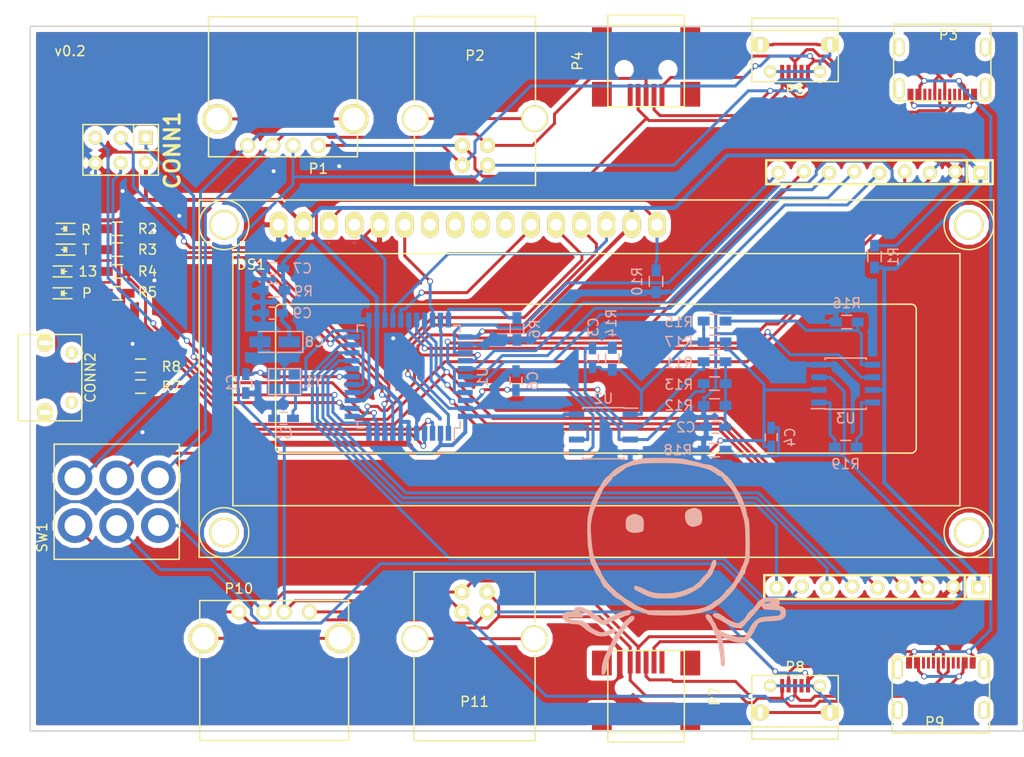
<source format=kicad_pcb>
(kicad_pcb (version 4) (host pcbnew 4.0.5+dfsg1-4)
  (layers (0 F.Cu signal) (31 B.Cu signal) (34 B.Paste user) (35 F.Paste user) (36 B.SilkS user) (37 F.SilkS user) (38 B.Mask user) (39 F.Mask user) (44 Edge.Cuts user))
  (net 0 "")
  (net 1 GND)
  (net 2 /TP1)
  (net 3 /TP2)
  (net 4 "Net-(D2-Pad1)")
  (net 5 "Net-(DS1-Pad7)")
  (net 6 "Net-(DS1-Pad8)")
  (net 7 "Net-(DS1-Pad9)")
  (net 8 "Net-(DS1-Pad10)")
  (net 9 /TEST4)
  (net 10 /TEST3)
  (net 11 /TEST2)
  (net 12 /TEST1)
  (net 13 "Net-(P1-Pad5)")
  (net 14 "Net-(P2-Pad5)")
  (net 15 "Net-(P3-PadB8)")
  (net 16 "Net-(P3-PadA5)")
  (net 17 "Net-(P3-PadA8)")
  (net 18 "Net-(P3-PadB5)")
  (net 19 "Net-(P4-Pad5)")
  (net 20 "Net-(P5-Pad4)")
  (net 21 "Net-(P5-Pad6)")
  (net 22 /TEST5)
  (net 23 /TEST6)
  (net 24 "Net-(P7-Pad5)")
  (net 25 "Net-(P8-Pad4)")
  (net 26 "Net-(P8-Pad6)")
  (net 27 "Net-(P9-PadB8)")
  (net 28 "Net-(P9-PadA5)")
  (net 29 "Net-(P9-PadA8)")
  (net 30 "Net-(P9-PadB5)")
  (net 31 "Net-(P10-Pad5)")
  (net 32 "Net-(P11-Pad5)")
  (net 33 "Net-(D1-Pad1)")
  (net 34 "Net-(C1-Pad1)")
  (net 35 "Net-(C2-Pad1)")
  (net 36 "Net-(C3-Pad1)")
  (net 37 "Net-(C3-Pad2)")
  (net 38 "Net-(C5-Pad1)")
  (net 39 /AREF)
  (net 40 +5C)
  (net 41 /MISO)
  (net 42 /SCK)
  (net 43 /MOSI)
  (net 44 /RESET)
  (net 45 "Net-(CONN2-Pad2)")
  (net 46 "Net-(CONN2-Pad3)")
  (net 47 "Net-(D3-Pad2)")
  (net 48 "Net-(D4-Pad2)")
  (net 49 "Net-(DS1-Pad16)")
  (net 50 /D4)
  (net 51 /D5)
  (net 52 /D6)
  (net 53 /D7)
  (net 54 /IO11)
  (net 55 /IO12)
  (net 56 /A5)
  (net 57 /A4)
  (net 58 /A3)
  (net 59 /IO13)
  (net 60 /IO10)
  (net 61 /IO9)
  (net 62 /D3)
  (net 63 /D2)
  (net 64 /D1)
  (net 65 /D0)
  (net 66 /RX_LED)
  (net 67 /TX_LED)
  (net 68 /HWB)
  (net 69 /D+)
  (net 70 /D-)
  (net 71 /VOL_HALF)
  (net 72 "Net-(R19-Pad1)")
  (net 73 "Net-(R19-Pad2)")
  (net 74 /IO8)
  (net 75 /A0)
  (net 76 /A1)
  (net 77 /A2)
  (net 78 "Net-(U2-Pad6)")
  (module Display:WC1602A (layer F.Cu) (at 75 70)
    (fp_text reference DS1 (at -2.75 4) (layer F.SilkS))
    (fp_text value LCD16X2)
    (pad 1 thru_hole oval (at 0 0) (size 1.8 2.6) (drill 1.2) (layers *.Cu *.Mask F.SilkS) (net 1 GND))
    (pad 2 thru_hole oval (at 2.54 0) (size 1.8 2.6) (drill 1.2) (layers *.Cu *.Mask F.SilkS) (net 40 +5C))
    (pad 3 thru_hole oval (at 5.08 0) (size 1.8 2.6) (drill 1.2) (layers *.Cu *.Mask F.SilkS) (net 49 "Net-(DS1-Pad16)"))
    (pad 4 thru_hole oval (at 7.62 0) (size 1.8 2.6) (drill 1.2) (layers *.Cu *.Mask F.SilkS) (net 50 /D4))
    (pad 5 thru_hole oval (at 10.16 0) (size 1.8 2.6) (drill 1.2) (layers *.Cu *.Mask F.SilkS) (net 1 GND))
    (pad 6 thru_hole oval (at 12.7 0) (size 1.8 2.6) (drill 1.2) (layers *.Cu *.Mask F.SilkS) (net 51 /D5))
    (pad 7 thru_hole oval (at 15.24 0) (size 1.8 2.6) (drill 1.2) (layers *.Cu *.Mask F.SilkS) (net 5 "Net-(DS1-Pad7)"))
    (pad 8 thru_hole oval (at 17.78 0) (size 1.8 2.6) (drill 1.2) (layers *.Cu *.Mask F.SilkS) (net 6 "Net-(DS1-Pad8)"))
    (pad 9 thru_hole oval (at 20.32 0) (size 1.8 2.6) (drill 1.2) (layers *.Cu *.Mask F.SilkS) (net 7 "Net-(DS1-Pad9)"))
    (pad 10 thru_hole oval (at 22.86 0) (size 1.8 2.6) (drill 1.2) (layers *.Cu *.Mask F.SilkS) (net 8 "Net-(DS1-Pad10)"))
    (pad 11 thru_hole oval (at 25.4 0) (size 1.8 2.6) (drill 1.2) (layers *.Cu *.Mask F.SilkS) (net 52 /D6))
    (pad 12 thru_hole oval (at 27.94 0) (size 1.8 2.6) (drill 1.2) (layers *.Cu *.Mask F.SilkS) (net 53 /D7))
    (pad 13 thru_hole oval (at 30.48 0) (size 1.8 2.6) (drill 1.2) (layers *.Cu *.Mask F.SilkS) (net 54 /IO11))
    (pad 14 thru_hole oval (at 33.02 0) (size 1.8 2.6) (drill 1.2) (layers *.Cu *.Mask F.SilkS) (net 55 /IO12))
    (pad 15 thru_hole oval (at 35.56 0) (size 1.8 2.6) (drill 1.2) (layers *.Cu *.Mask F.SilkS) (net 40 +5C))
    (pad 16 thru_hole oval (at 38.1 0) (size 1.8 2.6) (drill 1.2) (layers *.Cu *.Mask F.SilkS) (net 49 "Net-(DS1-Pad16)"))
    (pad 0 thru_hole circle (at -5.4991 0) (size 3 3) (drill 2.5) (layers *.Cu *.Mask F.SilkS))
    (pad 0 thru_hole circle (at -5.4991 31.0007) (size 3 3) (drill 2.5) (layers *.Cu *.Mask F.SilkS))
    (pad 0 thru_hole circle (at 69.49948 31.0007) (size 3 3) (drill 2.5) (layers *.Cu *.Mask F.SilkS))
    (pad 0 thru_hole circle (at 69.49948 0) (size 3 3) (drill 2.5) (layers *.Cu *.Mask F.SilkS))
  )
  (module Connect:USB_A (layer F.Cu) (at 79 62 180)
    (fp_text reference P1 (at 0 -2.35 180) (layer F.SilkS))
    (fp_text value USB_A_L)
    (pad 4 thru_hole circle (at 7.11286 -0.00212 90) (size 1.50114 1.50114) (drill 1.00076) (layers *.Cu *.Mask F.SilkS) (net 9 /TEST4))
    (pad 3 thru_hole circle (at 4.57286 -0.00212 90) (size 1.50114 1.50114) (drill 1.00076) (layers *.Cu *.Mask F.SilkS) (net 10 /TEST3))
    (pad 2 thru_hole circle (at 2.54086 -0.00212 90) (size 1.50114 1.50114) (drill 1.00076) (layers *.Cu *.Mask F.SilkS) (net 11 /TEST2))
    (pad 1 thru_hole circle (at 0.00086 -0.00212 90) (size 1.50114 1.50114) (drill 1.00076) (layers *.Cu *.Mask F.SilkS) (net 12 /TEST1))
    (pad 5 thru_hole circle (at 10.16086 2.66488 90) (size 2.99974 2.99974) (drill 2.30124) (layers *.Cu *.Mask F.SilkS) (net 13 "Net-(P1-Pad5)"))
    (pad 5 thru_hole circle (at -3.55514 2.66488 90) (size 2.99974 2.99974) (drill 2.30124) (layers *.Cu *.Mask F.SilkS) (net 13 "Net-(P1-Pad5)"))
  )
  (module Connect:USB_B (layer F.Cu) (at 93.5 64 90)
    (fp_text reference P2 (at 11.049 1.27 180) (layer F.SilkS))
    (fp_text value USB_B_L)
    (pad 2 thru_hole circle (at 0 2.54) (size 1.524 1.524) (drill 0.8128) (layers *.Cu *.Mask F.SilkS) (net 11 /TEST2))
    (pad 1 thru_hole circle (at 0 0) (size 1.524 1.524) (drill 0.8128) (layers *.Cu *.Mask F.SilkS) (net 12 /TEST1))
    (pad 4 thru_hole circle (at 1.99898 0) (size 1.524 1.524) (drill 0.8128) (layers *.Cu *.Mask F.SilkS) (net 9 /TEST4))
    (pad 3 thru_hole circle (at 1.99898 2.54) (size 1.524 1.524) (drill 0.8128) (layers *.Cu *.Mask F.SilkS) (net 10 /TEST3))
    (pad 5 thru_hole circle (at 4.699 7.26948) (size 2.70002 2.70002) (drill 2.30124) (layers *.Cu *.Mask F.SilkS) (net 14 "Net-(P2-Pad5)"))
    (pad 5 thru_hole circle (at 4.699 -4.72948) (size 2.70002 2.70002) (drill 2.30124) (layers *.Cu *.Mask F.SilkS) (net 14 "Net-(P2-Pad5)"))
  )
  (module Connect:USB_Mini-B (layer F.Cu) (at 112 53.5 270)
    (fp_text reference P4 (at 0 6.90118 270) (layer F.SilkS))
    (fp_text value USB_MINI_L)
    (pad 1 smd rect (at 3.44932 -1.6002 270) (size 2.30124 0.50038) (layers F.Cu F.Paste F.Mask) (net 12 /TEST1))
    (pad 2 smd rect (at 3.44932 -0.8001 270) (size 2.30124 0.50038) (layers F.Cu F.Paste F.Mask) (net 11 /TEST2))
    (pad 3 smd rect (at 3.44932 0 270) (size 2.30124 0.50038) (layers F.Cu F.Paste F.Mask) (net 10 /TEST3))
    (pad 4 smd rect (at 3.44932 0.8001 270) (size 2.30124 0.50038) (layers F.Cu F.Paste F.Mask) (net 9 /TEST4))
    (pad 5 smd rect (at 3.44932 1.6002 270) (size 2.30124 0.50038) (layers F.Cu F.Paste F.Mask) (net 19 "Net-(P4-Pad5)"))
    (pad 6 smd rect (at 3.35026 -4.45008 270) (size 2.49936 1.99898) (layers F.Cu F.Paste F.Mask))
    (pad 6 smd rect (at -2.14884 -4.45008 270) (size 2.49936 1.99898) (layers F.Cu F.Paste F.Mask))
    (pad 6 smd rect (at 3.35026 4.45008 270) (size 2.49936 1.99898) (layers F.Cu F.Paste F.Mask))
    (pad 6 smd rect (at -2.14884 4.45008 270) (size 2.49936 1.99898) (layers F.Cu F.Paste F.Mask))
    (pad "" np_thru_hole circle (at 0.8509 -2.19964 270) (size 0.89916 0.89916) (drill 0.89916) (layers *.Cu *.Mask F.SilkS))
    (pad "" np_thru_hole circle (at 0.8509 2.19964 270) (size 0.89916 0.89916) (drill 0.89916) (layers *.Cu *.Mask F.SilkS))
  )
  (module SmartEye:USB_Micro-B (layer F.Cu) (at 127 53 180)
    (fp_text reference P5 (at 0 -3.45 180) (layer F.SilkS))
    (fp_text value USB_MICRO_L)
    (pad 1 smd rect (at -1.3009 -1.56254 270) (size 1.35 0.4) (layers F.Cu F.Paste F.Mask) (net 12 /TEST1))
    (pad 2 smd rect (at -0.6509 -1.56254 270) (size 1.35 0.4) (layers F.Cu F.Paste F.Mask) (net 11 /TEST2))
    (pad 3 smd rect (at -0.0009 -1.56254 270) (size 1.35 0.4) (layers F.Cu F.Paste F.Mask) (net 10 /TEST3))
    (pad 4 smd rect (at 0.6491 -1.56254 270) (size 1.35 0.4) (layers F.Cu F.Paste F.Mask) (net 20 "Net-(P5-Pad4)"))
    (pad 5 smd rect (at 1.2991 -1.56254 270) (size 1.35 0.4) (layers F.Cu F.Paste F.Mask) (net 9 /TEST4))
    (pad 6 thru_hole oval (at -2.5009 -1.56254 270) (size 1.25 1.25) (drill oval 0.55 0.85) (layers *.Cu *.Mask F.SilkS) (net 21 "Net-(P5-Pad6)"))
    (pad 6 thru_hole oval (at 2.4991 -1.56254 270) (size 1.25 1.25) (drill oval 0.55 0.85) (layers *.Cu *.Mask F.SilkS) (net 21 "Net-(P5-Pad6)"))
    (pad 6 thru_hole oval (at -3.5009 1.13746 270) (size 1.55 1.8) (drill oval 1.15 0.5) (layers *.Cu *.Mask F.SilkS) (net 21 "Net-(P5-Pad6)"))
    (pad 6 thru_hole oval (at 3.4991 1.13746 270) (size 1.55 1.8) (drill oval 1.15 0.5) (layers *.Cu *.Mask F.SilkS) (net 21 "Net-(P5-Pad6)"))
  )
  (module Connect:USB_Mini-B (layer F.Cu) (at 112 117.5 90)
    (fp_text reference P7 (at 0 6.90118 90) (layer F.SilkS))
    (fp_text value USB_MINI_R)
    (pad 1 smd rect (at 3.44932 -1.6002 90) (size 2.30124 0.50038) (layers F.Cu F.Paste F.Mask) (net 22 /TEST5))
    (pad 2 smd rect (at 3.44932 -0.8001 90) (size 2.30124 0.50038) (layers F.Cu F.Paste F.Mask) (net 23 /TEST6))
    (pad 3 smd rect (at 3.44932 0 90) (size 2.30124 0.50038) (layers F.Cu F.Paste F.Mask) (net 11 /TEST2))
    (pad 4 smd rect (at 3.44932 0.8001 90) (size 2.30124 0.50038) (layers F.Cu F.Paste F.Mask) (net 12 /TEST1))
    (pad 5 smd rect (at 3.44932 1.6002 90) (size 2.30124 0.50038) (layers F.Cu F.Paste F.Mask) (net 24 "Net-(P7-Pad5)"))
    (pad 6 smd rect (at 3.35026 -4.45008 90) (size 2.49936 1.99898) (layers F.Cu F.Paste F.Mask))
    (pad 6 smd rect (at -2.14884 -4.45008 90) (size 2.49936 1.99898) (layers F.Cu F.Paste F.Mask))
    (pad 6 smd rect (at 3.35026 4.45008 90) (size 2.49936 1.99898) (layers F.Cu F.Paste F.Mask))
    (pad 6 smd rect (at -2.14884 4.45008 90) (size 2.49936 1.99898) (layers F.Cu F.Paste F.Mask))
    (pad "" np_thru_hole circle (at 0.8509 -2.19964 90) (size 0.89916 0.89916) (drill 0.89916) (layers *.Cu *.Mask F.SilkS))
    (pad "" np_thru_hole circle (at 0.8509 2.19964 90) (size 0.89916 0.89916) (drill 0.89916) (layers *.Cu *.Mask F.SilkS))
  )
  (module SmartEye:USB_Micro-B (layer F.Cu) (at 127 118)
    (fp_text reference P8 (at 0 -3.45) (layer F.SilkS))
    (fp_text value USB_MICRO_R)
    (pad 1 smd rect (at -1.3009 -1.56254 90) (size 1.35 0.4) (layers F.Cu F.Paste F.Mask) (net 22 /TEST5))
    (pad 2 smd rect (at -0.6509 -1.56254 90) (size 1.35 0.4) (layers F.Cu F.Paste F.Mask) (net 23 /TEST6))
    (pad 3 smd rect (at -0.0009 -1.56254 90) (size 1.35 0.4) (layers F.Cu F.Paste F.Mask) (net 11 /TEST2))
    (pad 4 smd rect (at 0.6491 -1.56254 90) (size 1.35 0.4) (layers F.Cu F.Paste F.Mask) (net 25 "Net-(P8-Pad4)"))
    (pad 5 smd rect (at 1.2991 -1.56254 90) (size 1.35 0.4) (layers F.Cu F.Paste F.Mask) (net 12 /TEST1))
    (pad 6 thru_hole oval (at -2.5009 -1.56254 90) (size 1.25 1.25) (drill oval 0.55 0.85) (layers *.Cu *.Mask F.SilkS) (net 26 "Net-(P8-Pad6)"))
    (pad 6 thru_hole oval (at 2.4991 -1.56254 90) (size 1.25 1.25) (drill oval 0.55 0.85) (layers *.Cu *.Mask F.SilkS) (net 26 "Net-(P8-Pad6)"))
    (pad 6 thru_hole oval (at -3.5009 1.13746 90) (size 1.55 1.8) (drill oval 1.15 0.5) (layers *.Cu *.Mask F.SilkS) (net 26 "Net-(P8-Pad6)"))
    (pad 6 thru_hole oval (at 3.4991 1.13746 90) (size 1.55 1.8) (drill oval 1.15 0.5) (layers *.Cu *.Mask F.SilkS) (net 26 "Net-(P8-Pad6)"))
  )
  (module Connect:USB_A (layer F.Cu) (at 71 109)
    (fp_text reference P10 (at 0 -2.35) (layer F.SilkS))
    (fp_text value USB_A_R)
    (pad 4 thru_hole circle (at 7.11286 -0.00212 270) (size 1.50114 1.50114) (drill 1.00076) (layers *.Cu *.Mask F.SilkS) (net 12 /TEST1))
    (pad 3 thru_hole circle (at 4.57286 -0.00212 270) (size 1.50114 1.50114) (drill 1.00076) (layers *.Cu *.Mask F.SilkS) (net 11 /TEST2))
    (pad 2 thru_hole circle (at 2.54086 -0.00212 270) (size 1.50114 1.50114) (drill 1.00076) (layers *.Cu *.Mask F.SilkS) (net 23 /TEST6))
    (pad 1 thru_hole circle (at 0.00086 -0.00212 270) (size 1.50114 1.50114) (drill 1.00076) (layers *.Cu *.Mask F.SilkS) (net 22 /TEST5))
    (pad 5 thru_hole circle (at 10.16086 2.66488 270) (size 2.99974 2.99974) (drill 2.30124) (layers *.Cu *.Mask F.SilkS) (net 31 "Net-(P10-Pad5)"))
    (pad 5 thru_hole circle (at -3.55514 2.66488 270) (size 2.99974 2.99974) (drill 2.30124) (layers *.Cu *.Mask F.SilkS) (net 31 "Net-(P10-Pad5)"))
  )
  (module Connect:USB_B (layer F.Cu) (at 96 107 270)
    (fp_text reference P11 (at 11.049 1.27 360) (layer F.SilkS))
    (fp_text value USB_B_R)
    (pad 2 thru_hole circle (at 0 2.54 180) (size 1.524 1.524) (drill 0.8128) (layers *.Cu *.Mask F.SilkS) (net 23 /TEST6))
    (pad 1 thru_hole circle (at 0 0 180) (size 1.524 1.524) (drill 0.8128) (layers *.Cu *.Mask F.SilkS) (net 22 /TEST5))
    (pad 4 thru_hole circle (at 1.99898 0 180) (size 1.524 1.524) (drill 0.8128) (layers *.Cu *.Mask F.SilkS) (net 12 /TEST1))
    (pad 3 thru_hole circle (at 1.99898 2.54 180) (size 1.524 1.524) (drill 0.8128) (layers *.Cu *.Mask F.SilkS) (net 11 /TEST2))
    (pad 5 thru_hole circle (at 4.699 7.26948 180) (size 2.70002 2.70002) (drill 2.30124) (layers *.Cu *.Mask F.SilkS) (net 32 "Net-(P11-Pad5)"))
    (pad 5 thru_hole circle (at 4.699 -4.72948 180) (size 2.70002 2.70002) (drill 2.30124) (layers *.Cu *.Mask F.SilkS) (net 32 "Net-(P11-Pad5)"))
  )
  (module USBcablecracker:DPDT (layer F.Cu) (at 54.5 95.5 270)
    (fp_text reference SW1 (at 6 3.3 270) (layer F.SilkS))
    (fp_text value Switch_SPDT_x2)
    (pad 1 thru_hole circle (at 0 0 270) (size 3.5 3.5) (drill 2.1) (layers *.Cu *.Mask) (net 9 /TEST4))
    (pad 4 thru_hole circle (at 4.8 0 270) (size 3.5 3.5) (drill 2.1) (layers *.Cu *.Mask) (net 22 /TEST5))
    (pad 2 thru_hole circle (at 0 -4.2 270) (size 3.5 3.5) (drill 2.1) (layers *.Cu *.Mask) (net 2 /TP1))
    (pad 5 thru_hole circle (at 4.8 -4.2 270) (size 3.5 3.5) (drill 2.1) (layers *.Cu *.Mask) (net 3 /TP2))
    (pad 3 thru_hole circle (at 0 -8.4 270) (size 3.5 3.5) (drill 2.1) (layers *.Cu *.Mask) (net 10 /TEST3))
    (pad 6 thru_hole circle (at 4.8 -8.4 270) (size 3.5 3.5) (drill 2.1) (layers *.Cu *.Mask) (net 23 /TEST6))
  )
  (module USBtypeC:USBtypeC (layer F.Cu) (at 141.5 53.5 180)
    (fp_text reference P3 (at -0.94 2.62 180) (layer F.SilkS))
    (fp_text value USB_TYPEC-S)
    (pad 1 thru_hole oval (at -4.64 1.39 180) (size 1 1.8) (drill oval 0.6 1.4) (layers *.Cu *.Mask F.SilkS))
    (pad 2 thru_hole oval (at 4 1.39 180) (size 1 1.8) (drill oval 0.6 1.4) (layers *.Cu *.Mask F.SilkS))
    (pad 3 thru_hole oval (at -4.64 -2.79 180) (size 1 2.1) (drill oval 0.6 1.7) (layers *.Cu *.Mask F.SilkS))
    (pad 4 thru_hole oval (at 4 -2.79 180) (size 1 2.1) (drill oval 0.6 1.7) (layers *.Cu *.Mask F.SilkS))
    (pad "" np_thru_hole circle (at -3.21 -2.29 180) (size 0.65 0.65) (drill 0.65) (layers *.Cu *.Mask F.SilkS))
    (pad "" np_thru_hole circle (at 2.57 -2.29 180) (size 0.65 0.65) (drill 0.65) (layers *.Cu *.Mask F.SilkS))
    (pad B8 smd rect (at -2.07 -3.36 180) (size 0.3 1.14) (layers F.Cu F.Paste F.Mask) (net 15 "Net-(P3-PadB8)"))
    (pad A5 smd rect (at -1.57 -3.36 180) (size 0.3 1.14) (layers F.Cu F.Paste F.Mask) (net 16 "Net-(P3-PadA5)"))
    (pad B7 smd rect (at -1.07 -3.36 180) (size 0.3 1.14) (layers F.Cu F.Paste F.Mask) (net 11 /TEST2))
    (pad A6 smd rect (at -0.57 -3.36 180) (size 0.3 1.14) (layers F.Cu F.Paste F.Mask) (net 10 /TEST3))
    (pad A7 smd rect (at -0.07 -3.36 180) (size 0.3 1.14) (layers F.Cu F.Paste F.Mask) (net 11 /TEST2))
    (pad B6 smd rect (at 0.43 -3.36 180) (size 0.3 1.14) (layers F.Cu F.Paste F.Mask) (net 10 /TEST3))
    (pad A8 smd rect (at 0.93 -3.36 180) (size 0.3 1.14) (layers F.Cu F.Paste F.Mask) (net 17 "Net-(P3-PadA8)"))
    (pad B5 smd rect (at 1.43 -3.36 180) (size 0.3 1.14) (layers F.Cu F.Paste F.Mask) (net 18 "Net-(P3-PadB5)"))
    (pad A1 smd rect (at -3.67 -3.36 180) (size 0.3 1.14) (layers F.Cu F.Paste F.Mask) (net 9 /TEST4))
    (pad B12 smd rect (at -3.37 -3.36 180) (size 0.3 1.14) (layers F.Cu F.Paste F.Mask) (net 9 /TEST4))
    (pad A4 smd rect (at -2.87 -3.36 180) (size 0.3 1.14) (layers F.Cu F.Paste F.Mask) (net 12 /TEST1))
    (pad B9 smd rect (at -2.57 -3.36 180) (size 0.3 1.14) (layers F.Cu F.Paste F.Mask) (net 12 /TEST1))
    (pad B4 smd rect (at 1.93 -3.36 180) (size 0.3 1.14) (layers F.Cu F.Paste F.Mask) (net 12 /TEST1))
    (pad A9 smd rect (at 2.23 -3.36 180) (size 0.3 1.14) (layers F.Cu F.Paste F.Mask) (net 12 /TEST1))
    (pad B1 smd rect (at 2.73 -3.36 180) (size 0.3 1.14) (layers F.Cu F.Paste F.Mask) (net 9 /TEST4))
    (pad A12 smd rect (at 3.03 -3.36 180) (size 0.3 1.14) (layers F.Cu F.Paste F.Mask) (net 9 /TEST4))
  )
  (module USBtypeC:USBtypeC (layer F.Cu) (at 142 117.5)
    (fp_text reference P9 (at -0.94 2.62) (layer F.SilkS))
    (fp_text value USB_TYPEC-S)
    (pad 1 thru_hole oval (at -4.64 1.39) (size 1 1.8) (drill oval 0.6 1.4) (layers *.Cu *.Mask F.SilkS))
    (pad 2 thru_hole oval (at 4 1.39) (size 1 1.8) (drill oval 0.6 1.4) (layers *.Cu *.Mask F.SilkS))
    (pad 3 thru_hole oval (at -4.64 -2.79) (size 1 2.1) (drill oval 0.6 1.7) (layers *.Cu *.Mask F.SilkS))
    (pad 4 thru_hole oval (at 4 -2.79) (size 1 2.1) (drill oval 0.6 1.7) (layers *.Cu *.Mask F.SilkS))
    (pad "" np_thru_hole circle (at -3.21 -2.29) (size 0.65 0.65) (drill 0.65) (layers *.Cu *.Mask F.SilkS))
    (pad "" np_thru_hole circle (at 2.57 -2.29) (size 0.65 0.65) (drill 0.65) (layers *.Cu *.Mask F.SilkS))
    (pad B8 smd rect (at -2.07 -3.36) (size 0.3 1.14) (layers F.Cu F.Paste F.Mask) (net 27 "Net-(P9-PadB8)"))
    (pad A5 smd rect (at -1.57 -3.36) (size 0.3 1.14) (layers F.Cu F.Paste F.Mask) (net 28 "Net-(P9-PadA5)"))
    (pad B7 smd rect (at -1.07 -3.36) (size 0.3 1.14) (layers F.Cu F.Paste F.Mask) (net 23 /TEST6))
    (pad A6 smd rect (at -0.57 -3.36) (size 0.3 1.14) (layers F.Cu F.Paste F.Mask) (net 11 /TEST2))
    (pad A7 smd rect (at -0.07 -3.36) (size 0.3 1.14) (layers F.Cu F.Paste F.Mask) (net 23 /TEST6))
    (pad B6 smd rect (at 0.43 -3.36) (size 0.3 1.14) (layers F.Cu F.Paste F.Mask) (net 11 /TEST2))
    (pad A8 smd rect (at 0.93 -3.36) (size 0.3 1.14) (layers F.Cu F.Paste F.Mask) (net 29 "Net-(P9-PadA8)"))
    (pad B5 smd rect (at 1.43 -3.36) (size 0.3 1.14) (layers F.Cu F.Paste F.Mask) (net 30 "Net-(P9-PadB5)"))
    (pad A1 smd rect (at -3.67 -3.36) (size 0.3 1.14) (layers F.Cu F.Paste F.Mask) (net 12 /TEST1))
    (pad B12 smd rect (at -3.37 -3.36) (size 0.3 1.14) (layers F.Cu F.Paste F.Mask) (net 12 /TEST1))
    (pad A4 smd rect (at -2.87 -3.36) (size 0.3 1.14) (layers F.Cu F.Paste F.Mask) (net 22 /TEST5))
    (pad B9 smd rect (at -2.57 -3.36) (size 0.3 1.14) (layers F.Cu F.Paste F.Mask) (net 22 /TEST5))
    (pad B4 smd rect (at 1.93 -3.36) (size 0.3 1.14) (layers F.Cu F.Paste F.Mask) (net 22 /TEST5))
    (pad A9 smd rect (at 2.23 -3.36) (size 0.3 1.14) (layers F.Cu F.Paste F.Mask) (net 22 /TEST5))
    (pad B1 smd rect (at 2.73 -3.36) (size 0.3 1.14) (layers F.Cu F.Paste F.Mask) (net 12 /TEST1))
    (pad A12 smd rect (at 3.03 -3.36) (size 0.3 1.14) (layers F.Cu F.Paste F.Mask) (net 12 /TEST1))
  )
  (module USBcablecracker:donotcare (layer B.Cu) (at 114.9 104.5 180)
    (fp_text reference G*** hide)
    (fp_text value LOGO hide)
  )
  (module Capacitors_SMD:C_0603_HandSoldering (layer B.Cu) (at 71.7 86 270)
    (fp_text reference C1 (at 0 1.4 270) (layer B.SilkS) (effects (justify mirror)))
    (fp_text value 22P)
    (pad 1 smd rect (at -0.95 0 270) (size 1.2 0.75) (layers B.Cu B.Paste B.Mask) (net 34 "Net-(C1-Pad1)"))
    (pad 2 smd rect (at 0.95 0 270) (size 1.2 0.75) (layers B.Cu B.Paste B.Mask) (net 1 GND))
  )
  (module Capacitors_SMD:C_0603_HandSoldering (layer B.Cu) (at 119 90.4 180)
    (fp_text reference C2 (at 3 0 180) (layer B.SilkS) (effects (justify mirror)))
    (fp_text value 1nF)
    (pad 1 smd rect (at -0.95 0 180) (size 1.2 0.75) (layers B.Cu B.Paste B.Mask) (net 35 "Net-(C2-Pad1)"))
    (pad 2 smd rect (at 0.95 0 180) (size 1.2 0.75) (layers B.Cu B.Paste B.Mask) (net 1 GND))
  )
  (module Capacitors_SMD:C_0603_HandSoldering (layer B.Cu) (at 106.6 83.4 90)
    (fp_text reference C3 (at 3.1 0.1 90) (layer B.SilkS) (effects (justify mirror)))
    (fp_text value 1nF)
    (pad 1 smd rect (at -0.95 0 90) (size 1.2 0.75) (layers B.Cu B.Paste B.Mask) (net 36 "Net-(C3-Pad1)"))
    (pad 2 smd rect (at 0.95 0 90) (size 1.2 0.75) (layers B.Cu B.Paste B.Mask) (net 37 "Net-(C3-Pad2)"))
  )
  (module Capacitors_SMD:C_0603_HandSoldering (layer B.Cu) (at 124.6 91.4 90)
    (fp_text reference C4 (at 0 1.9 90) (layer B.SilkS) (effects (justify mirror)))
    (fp_text value 1nF)
    (pad 1 smd rect (at -0.95 0 90) (size 1.2 0.75) (layers B.Cu B.Paste B.Mask) (net 2 /TP1))
    (pad 2 smd rect (at 0.95 0 90) (size 1.2 0.75) (layers B.Cu B.Paste B.Mask) (net 3 /TP2))
  )
  (module Capacitors_SMD:C_0603_HandSoldering (layer B.Cu) (at 75.5 89.5 180)
    (fp_text reference C5 (at 0 -1.5 180) (layer B.SilkS) (effects (justify mirror)))
    (fp_text value 22P)
    (pad 1 smd rect (at -0.95 0 180) (size 1.2 0.75) (layers B.Cu B.Paste B.Mask) (net 38 "Net-(C5-Pad1)"))
    (pad 2 smd rect (at 0.95 0 180) (size 1.2 0.75) (layers B.Cu B.Paste B.Mask) (net 1 GND))
  )
  (module Capacitors_SMD:C_0603_HandSoldering (layer B.Cu) (at 98.9 85.7 90)
    (fp_text reference C6 (at 0 1.7 90) (layer B.SilkS) (effects (justify mirror)))
    (fp_text value 100nF)
    (pad 1 smd rect (at -0.95 0 90) (size 1.2 0.75) (layers B.Cu B.Paste B.Mask) (net 39 /AREF))
    (pad 2 smd rect (at 0.95 0 90) (size 1.2 0.75) (layers B.Cu B.Paste B.Mask) (net 1 GND))
  )
  (module Capacitors_SMD:C_0603_HandSoldering (layer B.Cu) (at 74.5 74.4)
    (fp_text reference C7 (at 2.9 0) (layer B.SilkS) (effects (justify mirror)))
    (fp_text value 1uF)
    (pad 1 smd rect (at -0.95 0) (size 1.2 0.75) (layers B.Cu B.Paste B.Mask) (net 1 GND))
    (pad 2 smd rect (at 0.95 0) (size 1.2 0.75) (layers B.Cu B.Paste B.Mask) (net 40 +5C))
  )
  (module Capacitors_SMD:C_0603_HandSoldering (layer B.Cu) (at 74.4 78.9)
    (fp_text reference C9 (at 3 0) (layer B.SilkS) (effects (justify mirror)))
    (fp_text value 100nF)
    (pad 1 smd rect (at -0.95 0) (size 1.2 0.75) (layers B.Cu B.Paste B.Mask) (net 1 GND))
    (pad 2 smd rect (at 0.95 0) (size 1.2 0.75) (layers B.Cu B.Paste B.Mask) (net 40 +5C))
  )
  (module Connectors:CONN_2.54mm_2x3 (layer F.Cu) (at 59.1 62.5 90)
    (fp_text reference CONN1 (at 0 5.2 90) (layer F.SilkS) (effects (font (thickness 0.3048))))
    (fp_text value ICSP hide)
    (pad 1 thru_hole rect (at 1.27 2.54 90) (size 1.397 1.397) (drill 0.8128) (layers *.Cu *.Mask F.SilkS) (net 41 /MISO))
    (pad 2 thru_hole circle (at -1.27 2.54 90) (size 1.397 1.397) (drill 0.8128) (layers *.Cu *.Mask F.SilkS) (net 40 +5C))
    (pad 3 thru_hole circle (at 1.27 0 90) (size 1.397 1.397) (drill 0.8128) (layers *.Cu *.Mask F.SilkS) (net 42 /SCK))
    (pad 4 thru_hole circle (at -1.27 0 90) (size 1.397 1.397) (drill 0.8128) (layers *.Cu *.Mask F.SilkS) (net 43 /MOSI))
    (pad 5 thru_hole circle (at 1.27 -2.54 90) (size 1.397 1.397) (drill 0.8128) (layers *.Cu *.Mask F.SilkS) (net 44 /RESET))
    (pad 6 thru_hole circle (at -1.27 -2.54 90) (size 1.397 1.397) (drill 0.8128) (layers *.Cu *.Mask F.SilkS) (net 1 GND))
  )
  (module SmartEye:USB_Micro-B (layer F.Cu) (at 52.6 85.4 270)
    (fp_text reference CONN2 (at 0 -3.45 270) (layer F.SilkS))
    (fp_text value USB_B)
    (pad 1 smd rect (at -1.3009 -1.56254) (size 1.35 0.4) (layers F.Cu F.Paste F.Mask) (net 40 +5C))
    (pad 2 smd rect (at -0.6509 -1.56254) (size 1.35 0.4) (layers F.Cu F.Paste F.Mask) (net 45 "Net-(CONN2-Pad2)"))
    (pad 3 smd rect (at -0.0009 -1.56254) (size 1.35 0.4) (layers F.Cu F.Paste F.Mask) (net 46 "Net-(CONN2-Pad3)"))
    (pad 4 smd rect (at 0.6491 -1.56254) (size 1.35 0.4) (layers F.Cu F.Paste F.Mask) (net 1 GND))
    (pad 5 smd rect (at 1.2991 -1.56254) (size 1.35 0.4) (layers F.Cu F.Paste F.Mask) (net 1 GND))
    (pad 6 thru_hole oval (at -2.5009 -1.56254) (size 1.25 1.25) (drill oval 0.55 0.85) (layers *.Cu *.Mask F.SilkS))
    (pad 6 thru_hole oval (at 2.4991 -1.56254) (size 1.25 1.25) (drill oval 0.55 0.85) (layers *.Cu *.Mask F.SilkS))
    (pad 6 thru_hole oval (at -3.5009 1.13746) (size 1.55 1.8) (drill oval 1.15 0.5) (layers *.Cu *.Mask F.SilkS))
    (pad 6 thru_hole oval (at 3.4991 1.13746) (size 1.55 1.8) (drill oval 1.15 0.5) (layers *.Cu *.Mask F.SilkS))
  )
  (module LEDs:LED_0603 (layer F.Cu) (at 53.4 70.4 180)
    (fp_text reference D1 hide)
    (fp_text value RX)
    (pad 2 smd rect (at 0.7493 0) (size 0.79756 0.79756) (layers F.Cu F.Paste F.Mask) (net 40 +5C))
    (pad 1 smd rect (at -0.7493 0) (size 0.79756 0.79756) (layers F.Cu F.Paste F.Mask) (net 33 "Net-(D1-Pad1)"))
  )
  (module LEDs:LED_0603 (layer F.Cu) (at 53.4 72.5 180)
    (fp_text reference D2 hide)
    (fp_text value TX)
    (pad 2 smd rect (at 0.7493 0) (size 0.79756 0.79756) (layers F.Cu F.Paste F.Mask) (net 40 +5C))
    (pad 1 smd rect (at -0.7493 0) (size 0.79756 0.79756) (layers F.Cu F.Paste F.Mask) (net 4 "Net-(D2-Pad1)"))
  )
  (module LEDs:LED_0603 (layer F.Cu) (at 53.4 74.7)
    (fp_text reference D3 hide)
    (fp_text value L)
    (pad 2 smd rect (at 0.7493 0 180) (size 0.79756 0.79756) (layers F.Cu F.Paste F.Mask) (net 47 "Net-(D3-Pad2)"))
    (pad 1 smd rect (at -0.7493 0 180) (size 0.79756 0.79756) (layers F.Cu F.Paste F.Mask) (net 1 GND))
  )
  (module LEDs:LED_0603 (layer F.Cu) (at 53.4 76.9)
    (fp_text reference D4 hide)
    (fp_text value ON)
    (pad 2 smd rect (at 0.7493 0 180) (size 0.79756 0.79756) (layers F.Cu F.Paste F.Mask) (net 48 "Net-(D4-Pad2)"))
    (pad 1 smd rect (at -0.7493 0 180) (size 0.79756 0.79756) (layers F.Cu F.Paste F.Mask) (net 1 GND))
  )
  (module Connectors:CONN_2.54mm_1x9 (layer F.Cu) (at 135.3 106.5)
    (fp_text reference P12 hide)
    (fp_text value CONN_01X09 hide)
    (pad 3 thru_hole circle (at 5.08 0.06096) (size 1.397 1.397) (drill 0.8128) (layers *.Cu *.Mask F.SilkS) (net 59 /IO13))
    (pad 4 thru_hole circle (at 2.54 -0.06096) (size 1.397 1.397) (drill 0.8128) (layers *.Cu *.Mask F.SilkS) (net 60 /IO10))
    (pad 5 thru_hole circle (at 0 0.06096) (size 1.397 1.397) (drill 0.8128) (layers *.Cu *.Mask F.SilkS) (net 61 /IO9))
    (pad 6 thru_hole circle (at -2.54 -0.06096) (size 1.397 1.397) (drill 0.8128) (layers *.Cu *.Mask F.SilkS) (net 62 /D3))
    (pad 7 thru_hole circle (at -5.08 0.06096) (size 1.397 1.397) (drill 0.8128) (layers *.Cu *.Mask F.SilkS) (net 63 /D2))
    (pad 2 thru_hole circle (at 7.62 -0.06096) (size 1.397 1.397) (drill 0.8128) (layers *.Cu *.Mask F.SilkS) (net 1 GND))
    (pad 8 thru_hole circle (at -7.62 -0.06096) (size 1.397 1.397) (drill 0.8128) (layers *.Cu *.Mask F.SilkS) (net 64 /D1))
    (pad 1 thru_hole rect (at 10.16 0.06096) (size 1.397 1.397) (drill 0.8128) (layers *.Cu *.Mask F.SilkS) (net 40 +5C))
    (pad 9 thru_hole circle (at -10.16 0.06096) (size 1.397 1.397) (drill 0.8128) (layers *.Cu *.Mask F.SilkS) (net 65 /D0))
  )
  (module Resistors_SMD:R_0603_HandSoldering (layer B.Cu) (at 135 73.2 90)
    (fp_text reference R1 (at 0 1.9 90) (layer B.SilkS) (effects (justify mirror)))
    (fp_text value 10K)
    (pad 1 smd rect (at -1.1 0 90) (size 1.2 0.9) (layers B.Cu B.Paste B.Mask) (net 40 +5C))
    (pad 2 smd rect (at 1.1 0 90) (size 1.2 0.9) (layers B.Cu B.Paste B.Mask) (net 44 /RESET))
  )
  (module Resistors_SMD:R_0603_HandSoldering (layer F.Cu) (at 58.8 70.4)
    (fp_text reference R2 (at 3 0) (layer F.SilkS))
    (fp_text value 1K)
    (pad 1 smd rect (at -1.1 0) (size 1.2 0.9) (layers F.Cu F.Paste F.Mask) (net 33 "Net-(D1-Pad1)"))
    (pad 2 smd rect (at 1.1 0) (size 1.2 0.9) (layers F.Cu F.Paste F.Mask) (net 66 /RX_LED))
  )
  (module Resistors_SMD:R_0603_HandSoldering (layer F.Cu) (at 58.8 72.5)
    (fp_text reference R3 (at 3 0) (layer F.SilkS))
    (fp_text value 1K)
    (pad 1 smd rect (at -1.1 0) (size 1.2 0.9) (layers F.Cu F.Paste F.Mask) (net 4 "Net-(D2-Pad1)"))
    (pad 2 smd rect (at 1.1 0) (size 1.2 0.9) (layers F.Cu F.Paste F.Mask) (net 67 /TX_LED))
  )
  (module Resistors_SMD:R_0603_HandSoldering (layer F.Cu) (at 58.8 74.7)
    (fp_text reference R4 (at 3 0) (layer F.SilkS))
    (fp_text value 1K)
    (pad 1 smd rect (at -1.1 0) (size 1.2 0.9) (layers F.Cu F.Paste F.Mask) (net 47 "Net-(D3-Pad2)"))
    (pad 2 smd rect (at 1.1 0) (size 1.2 0.9) (layers F.Cu F.Paste F.Mask) (net 59 /IO13))
  )
  (module Resistors_SMD:R_0603_HandSoldering (layer F.Cu) (at 58.8 76.9)
    (fp_text reference R5 (at 3 -0.1) (layer F.SilkS))
    (fp_text value 1K)
    (pad 1 smd rect (at -1.1 0) (size 1.2 0.9) (layers F.Cu F.Paste F.Mask) (net 48 "Net-(D4-Pad2)"))
    (pad 2 smd rect (at 1.1 0) (size 1.2 0.9) (layers F.Cu F.Paste F.Mask) (net 40 +5C))
  )
  (module Resistors_SMD:R_0603_HandSoldering (layer B.Cu) (at 99 80.5 90)
    (fp_text reference R6 (at 0 1.8 90) (layer B.SilkS) (effects (justify mirror)))
    (fp_text value 1K)
    (pad 1 smd rect (at -1.1 0 90) (size 1.2 0.9) (layers B.Cu B.Paste B.Mask) (net 1 GND))
    (pad 2 smd rect (at 1.1 0 90) (size 1.2 0.9) (layers B.Cu B.Paste B.Mask) (net 68 /HWB))
  )
  (module Resistors_SMD:R_0603_HandSoldering (layer F.Cu) (at 61.1 86.3 180)
    (fp_text reference R7 (at -3.1 0 180) (layer F.SilkS))
    (fp_text value 22R)
    (pad 1 smd rect (at -1.1 0 180) (size 1.2 0.9) (layers F.Cu F.Paste F.Mask) (net 69 /D+))
    (pad 2 smd rect (at 1.1 0 180) (size 1.2 0.9) (layers F.Cu F.Paste F.Mask) (net 46 "Net-(CONN2-Pad3)"))
  )
  (module Resistors_SMD:R_0603_HandSoldering (layer F.Cu) (at 61.1 84.2 180)
    (fp_text reference R8 (at -3.1 -0.1 180) (layer F.SilkS))
    (fp_text value 22R)
    (pad 1 smd rect (at -1.1 0 180) (size 1.2 0.9) (layers F.Cu F.Paste F.Mask) (net 70 /D-))
    (pad 2 smd rect (at 1.1 0 180) (size 1.2 0.9) (layers F.Cu F.Paste F.Mask) (net 45 "Net-(CONN2-Pad2)"))
  )
  (module Resistors_SMD:R_0603_HandSoldering (layer B.Cu) (at 74.5 76.6)
    (fp_text reference R9 (at 3 0.1) (layer B.SilkS) (effects (justify mirror)))
    (fp_text value 10K)
    (pad 1 smd rect (at -1.1 0) (size 1.2 0.9) (layers B.Cu B.Paste B.Mask) (net 1 GND))
    (pad 2 smd rect (at 1.1 0) (size 1.2 0.9) (layers B.Cu B.Paste B.Mask) (net 40 +5C))
  )
  (module Resistors_SMD:R_0603_HandSoldering (layer B.Cu) (at 113 75.7 270)
    (fp_text reference R10 (at 0 1.9 270) (layer B.SilkS) (effects (justify mirror)))
    (fp_text value 91R)
    (pad 1 smd rect (at -1.1 0 270) (size 1.2 0.9) (layers B.Cu B.Paste B.Mask) (net 49 "Net-(DS1-Pad16)"))
    (pad 2 smd rect (at 1.1 0 270) (size 1.2 0.9) (layers B.Cu B.Paste B.Mask) (net 1 GND))
  )
  (module Resistors_SMD:R_0603_HandSoldering (layer B.Cu) (at 118.9 83.8)
    (fp_text reference R11 (at -3.6 0.1) (layer B.SilkS) (effects (justify mirror)))
    (fp_text value 1K)
    (pad 1 smd rect (at -1.1 0) (size 1.2 0.9) (layers B.Cu B.Paste B.Mask) (net 39 /AREF))
    (pad 2 smd rect (at 1.1 0) (size 1.2 0.9) (layers B.Cu B.Paste B.Mask) (net 35 "Net-(C2-Pad1)"))
  )
  (module Resistors_SMD:R_0603_HandSoldering (layer B.Cu) (at 118.9 88.2 180)
    (fp_text reference R12 (at 3.6 0 180) (layer B.SilkS) (effects (justify mirror)))
    (fp_text value 1K)
    (pad 1 smd rect (at -1.1 0 180) (size 1.2 0.9) (layers B.Cu B.Paste B.Mask) (net 35 "Net-(C2-Pad1)"))
    (pad 2 smd rect (at 1.1 0 180) (size 1.2 0.9) (layers B.Cu B.Paste B.Mask) (net 1 GND))
  )
  (module Resistors_SMD:R_0603_HandSoldering (layer B.Cu) (at 118.9 86)
    (fp_text reference R13 (at -3.6 0.1) (layer B.SilkS) (effects (justify mirror)))
    (fp_text value 100K)
    (pad 1 smd rect (at -1.1 0) (size 1.2 0.9) (layers B.Cu B.Paste B.Mask) (net 37 "Net-(C3-Pad2)"))
    (pad 2 smd rect (at 1.1 0) (size 1.2 0.9) (layers B.Cu B.Paste B.Mask) (net 35 "Net-(C2-Pad1)"))
  )
  (module Resistors_SMD:R_0603_HandSoldering (layer B.Cu) (at 108.6 83.5 90)
    (fp_text reference R14 (at 3.6 -0.1 90) (layer B.SilkS) (effects (justify mirror)))
    (fp_text value 100K)
    (pad 1 smd rect (at -1.1 0 90) (size 1.2 0.9) (layers B.Cu B.Paste B.Mask) (net 36 "Net-(C3-Pad1)"))
    (pad 2 smd rect (at 1.1 0 90) (size 1.2 0.9) (layers B.Cu B.Paste B.Mask) (net 37 "Net-(C3-Pad2)"))
  )
  (module Resistors_SMD:R_0603_HandSoldering (layer B.Cu) (at 118.9 79.7)
    (fp_text reference R15 (at -3.6 0.1) (layer B.SilkS) (effects (justify mirror)))
    (fp_text value 1K)
    (pad 1 smd rect (at -1.1 0) (size 1.2 0.9) (layers B.Cu B.Paste B.Mask) (net 36 "Net-(C3-Pad1)"))
    (pad 2 smd rect (at 1.1 0) (size 1.2 0.9) (layers B.Cu B.Paste B.Mask) (net 71 /VOL_HALF))
  )
  (module Resistors_SMD:R_0603_HandSoldering (layer B.Cu) (at 132.2 79.8 180)
    (fp_text reference R16 (at 0 1.9 180) (layer B.SilkS) (effects (justify mirror)))
    (fp_text value 1K)
    (pad 1 smd rect (at -1.1 0 180) (size 1.2 0.9) (layers B.Cu B.Paste B.Mask) (net 71 /VOL_HALF))
    (pad 2 smd rect (at 1.1 0 180) (size 1.2 0.9) (layers B.Cu B.Paste B.Mask) (net 1 GND))
  )
  (module Resistors_SMD:R_0603_HandSoldering (layer B.Cu) (at 118.9 81.8 180)
    (fp_text reference R17 (at 3.6 0 180) (layer B.SilkS) (effects (justify mirror)))
    (fp_text value 100R)
    (pad 1 smd rect (at -1.1 0 180) (size 1.2 0.9) (layers B.Cu B.Paste B.Mask) (net 2 /TP1))
    (pad 2 smd rect (at 1.1 0 180) (size 1.2 0.9) (layers B.Cu B.Paste B.Mask) (net 36 "Net-(C3-Pad1)"))
  )
  (module Resistors_SMD:R_0603_HandSoldering (layer B.Cu) (at 118.9 92.7 180)
    (fp_text reference R18 (at 3.7 0 180) (layer B.SilkS) (effects (justify mirror)))
    (fp_text value 100R)
    (pad 1 smd rect (at -1.1 0 180) (size 1.2 0.9) (layers B.Cu B.Paste B.Mask) (net 3 /TP2))
    (pad 2 smd rect (at 1.1 0 180) (size 1.2 0.9) (layers B.Cu B.Paste B.Mask) (net 1 GND))
  )
  (module Resistors_SMD:R_0603_HandSoldering (layer B.Cu) (at 132.1 92.4 180)
    (fp_text reference R19 (at 0 -1.7 180) (layer B.SilkS) (effects (justify mirror)))
    (fp_text value 100R)
    (pad 1 smd rect (at -1.1 0 180) (size 1.2 0.9) (layers B.Cu B.Paste B.Mask) (net 72 "Net-(R19-Pad1)"))
    (pad 2 smd rect (at 1.1 0 180) (size 1.2 0.9) (layers B.Cu B.Paste B.Mask) (net 73 "Net-(R19-Pad2)"))
  )
  (module Housings_QFP:TQFP-44_10x10mm_Pitch0.8mm (layer B.Cu) (at 88.1 85.3 90)
    (fp_text reference U1 (at 0 7.45 90) (layer B.SilkS) (effects (justify mirror)))
    (fp_text value ATmega32U4-AU)
    (pad 1 smd rect (at -5.7 4 90) (size 1.5 0.55) (layers B.Cu B.Paste B.Mask) (net 53 /D7))
    (pad 2 smd rect (at -5.7 3.2 90) (size 1.5 0.55) (layers B.Cu B.Paste B.Mask) (net 40 +5C))
    (pad 3 smd rect (at -5.7 2.4 90) (size 1.5 0.55) (layers B.Cu B.Paste B.Mask) (net 70 /D-))
    (pad 4 smd rect (at -5.7 1.6 90) (size 1.5 0.55) (layers B.Cu B.Paste B.Mask) (net 69 /D+))
    (pad 5 smd rect (at -5.7 0.8 90) (size 1.5 0.55) (layers B.Cu B.Paste B.Mask) (net 1 GND))
    (pad 6 smd rect (at -5.7 0 90) (size 1.5 0.55) (layers B.Cu B.Paste B.Mask) (net 40 +5C))
    (pad 7 smd rect (at -5.7 -0.8 90) (size 1.5 0.55) (layers B.Cu B.Paste B.Mask) (net 40 +5C))
    (pad 8 smd rect (at -5.7 -1.6 90) (size 1.5 0.55) (layers B.Cu B.Paste B.Mask) (net 66 /RX_LED))
    (pad 9 smd rect (at -5.7 -2.4 90) (size 1.5 0.55) (layers B.Cu B.Paste B.Mask) (net 42 /SCK))
    (pad 10 smd rect (at -5.7 -3.2 90) (size 1.5 0.55) (layers B.Cu B.Paste B.Mask) (net 43 /MOSI))
    (pad 11 smd rect (at -5.7 -4 90) (size 1.5 0.55) (layers B.Cu B.Paste B.Mask) (net 41 /MISO))
    (pad 12 smd rect (at -4 -5.7) (size 1.5 0.55) (layers B.Cu B.Paste B.Mask) (net 54 /IO11))
    (pad 13 smd rect (at -3.2 -5.7) (size 1.5 0.55) (layers B.Cu B.Paste B.Mask) (net 44 /RESET))
    (pad 14 smd rect (at -2.4 -5.7) (size 1.5 0.55) (layers B.Cu B.Paste B.Mask) (net 40 +5C))
    (pad 15 smd rect (at -1.6 -5.7) (size 1.5 0.55) (layers B.Cu B.Paste B.Mask) (net 1 GND))
    (pad 16 smd rect (at -0.8 -5.7) (size 1.5 0.55) (layers B.Cu B.Paste B.Mask) (net 38 "Net-(C5-Pad1)"))
    (pad 17 smd rect (at 0 -5.7) (size 1.5 0.55) (layers B.Cu B.Paste B.Mask) (net 34 "Net-(C1-Pad1)"))
    (pad 18 smd rect (at 0.8 -5.7) (size 1.5 0.55) (layers B.Cu B.Paste B.Mask) (net 62 /D3))
    (pad 19 smd rect (at 1.6 -5.7) (size 1.5 0.55) (layers B.Cu B.Paste B.Mask) (net 63 /D2))
    (pad 20 smd rect (at 2.4 -5.7) (size 1.5 0.55) (layers B.Cu B.Paste B.Mask) (net 65 /D0))
    (pad 21 smd rect (at 3.2 -5.7) (size 1.5 0.55) (layers B.Cu B.Paste B.Mask) (net 64 /D1))
    (pad 22 smd rect (at 4 -5.7) (size 1.5 0.55) (layers B.Cu B.Paste B.Mask) (net 67 /TX_LED))
    (pad 23 smd rect (at 5.7 -4 90) (size 1.5 0.55) (layers B.Cu B.Paste B.Mask) (net 1 GND))
    (pad 24 smd rect (at 5.7 -3.2 90) (size 1.5 0.55) (layers B.Cu B.Paste B.Mask) (net 40 +5C))
    (pad 25 smd rect (at 5.7 -2.4 90) (size 1.5 0.55) (layers B.Cu B.Paste B.Mask) (net 50 /D4))
    (pad 26 smd rect (at 5.7 -1.6 90) (size 1.5 0.55) (layers B.Cu B.Paste B.Mask) (net 55 /IO12))
    (pad 27 smd rect (at 5.7 -0.8 90) (size 1.5 0.55) (layers B.Cu B.Paste B.Mask) (net 52 /D6))
    (pad 28 smd rect (at 5.7 0 90) (size 1.5 0.55) (layers B.Cu B.Paste B.Mask) (net 74 /IO8))
    (pad 29 smd rect (at 5.7 0.8 90) (size 1.5 0.55) (layers B.Cu B.Paste B.Mask) (net 61 /IO9))
    (pad 30 smd rect (at 5.7 1.6 90) (size 1.5 0.55) (layers B.Cu B.Paste B.Mask) (net 60 /IO10))
    (pad 31 smd rect (at 5.7 2.4 90) (size 1.5 0.55) (layers B.Cu B.Paste B.Mask) (net 51 /D5))
    (pad 32 smd rect (at 5.7 3.2 90) (size 1.5 0.55) (layers B.Cu B.Paste B.Mask) (net 59 /IO13))
    (pad 33 smd rect (at 5.7 4 90) (size 1.5 0.55) (layers B.Cu B.Paste B.Mask) (net 68 /HWB))
    (pad 34 smd rect (at 4 5.7) (size 1.5 0.55) (layers B.Cu B.Paste B.Mask) (net 40 +5C))
    (pad 35 smd rect (at 3.2 5.7) (size 1.5 0.55) (layers B.Cu B.Paste B.Mask) (net 1 GND))
    (pad 36 smd rect (at 2.4 5.7) (size 1.5 0.55) (layers B.Cu B.Paste B.Mask) (net 75 /A0))
    (pad 37 smd rect (at 1.6 5.7) (size 1.5 0.55) (layers B.Cu B.Paste B.Mask) (net 76 /A1))
    (pad 38 smd rect (at 0.8 5.7) (size 1.5 0.55) (layers B.Cu B.Paste B.Mask) (net 77 /A2))
    (pad 39 smd rect (at 0 5.7) (size 1.5 0.55) (layers B.Cu B.Paste B.Mask) (net 58 /A3))
    (pad 40 smd rect (at -0.8 5.7) (size 1.5 0.55) (layers B.Cu B.Paste B.Mask) (net 57 /A4))
    (pad 41 smd rect (at -1.6 5.7) (size 1.5 0.55) (layers B.Cu B.Paste B.Mask) (net 56 /A5))
    (pad 42 smd rect (at -2.4 5.7) (size 1.5 0.55) (layers B.Cu B.Paste B.Mask) (net 39 /AREF))
    (pad 43 smd rect (at -3.2 5.7) (size 1.5 0.55) (layers B.Cu B.Paste B.Mask) (net 1 GND))
    (pad 44 smd rect (at -4 5.7) (size 1.5 0.55) (layers B.Cu B.Paste B.Mask) (net 40 +5C))
  )
  (module Housings_SOIC:SOIC-8_3.9x4.9mm_Pitch1.27mm (layer B.Cu) (at 107.7 91 180)
    (fp_text reference U2 (at 0 3.5 180) (layer B.SilkS) (effects (justify mirror)))
    (fp_text value LMV358)
    (pad 1 smd rect (at -2.7 1.905 180) (size 1.55 0.6) (layers B.Cu B.Paste B.Mask) (net 36 "Net-(C3-Pad1)"))
    (pad 2 smd rect (at -2.7 0.635 180) (size 1.55 0.6) (layers B.Cu B.Paste B.Mask) (net 39 /AREF))
    (pad 3 smd rect (at -2.7 -0.635 180) (size 1.55 0.6) (layers B.Cu B.Paste B.Mask) (net 37 "Net-(C3-Pad2)"))
    (pad 4 smd rect (at -2.7 -1.905 180) (size 1.55 0.6) (layers B.Cu B.Paste B.Mask) (net 1 GND))
    (pad 5 smd rect (at 2.7 -1.905 180) (size 1.55 0.6) (layers B.Cu B.Paste B.Mask) (net 39 /AREF))
    (pad 6 smd rect (at 2.7 -0.635 180) (size 1.55 0.6) (layers B.Cu B.Paste B.Mask) (net 78 "Net-(U2-Pad6)"))
    (pad 7 smd rect (at 2.7 0.635 180) (size 1.55 0.6) (layers B.Cu B.Paste B.Mask) (net 78 "Net-(U2-Pad6)"))
    (pad 8 smd rect (at 2.7 1.905 180) (size 1.55 0.6) (layers B.Cu B.Paste B.Mask) (net 40 +5C))
  )
  (module Housings_SOIC:SOIC-8_3.9x4.9mm_Pitch1.27mm (layer B.Cu) (at 132.1 86)
    (fp_text reference U3 (at 0 3.5) (layer B.SilkS) (effects (justify mirror)))
    (fp_text value AD623)
    (pad 1 smd rect (at -2.7 1.905) (size 1.55 0.6) (layers B.Cu B.Paste B.Mask) (net 73 "Net-(R19-Pad2)"))
    (pad 2 smd rect (at -2.7 0.635) (size 1.55 0.6) (layers B.Cu B.Paste B.Mask) (net 2 /TP1))
    (pad 3 smd rect (at -2.7 -0.635) (size 1.55 0.6) (layers B.Cu B.Paste B.Mask) (net 3 /TP2))
    (pad 4 smd rect (at -2.7 -1.905) (size 1.55 0.6) (layers B.Cu B.Paste B.Mask) (net 1 GND))
    (pad 5 smd rect (at 2.7 -1.905) (size 1.55 0.6) (layers B.Cu B.Paste B.Mask) (net 71 /VOL_HALF))
    (pad 6 smd rect (at 2.7 -0.635) (size 1.55 0.6) (layers B.Cu B.Paste B.Mask) (net 74 /IO8))
    (pad 7 smd rect (at 2.7 0.635) (size 1.55 0.6) (layers B.Cu B.Paste B.Mask) (net 40 +5C))
    (pad 8 smd rect (at 2.7 1.905) (size 1.55 0.6) (layers B.Cu B.Paste B.Mask) (net 72 "Net-(R19-Pad1)"))
  )
  (module Crystals:crystal_FA238-TSX3225 (layer B.Cu) (at 75.6 85.8)
    (fp_text reference Y1 (at 2.9 0) (layer B.SilkS) (effects (justify mirror)))
    (fp_text value 16MHz)
    (pad 1 smd rect (at -1.1 -0.8) (size 1.4 1.2) (layers B.Cu B.Paste B.Mask) (net 34 "Net-(C1-Pad1)"))
    (pad 3 smd rect (at 1.1 -0.8) (size 1.4 1.2) (layers B.Cu B.Paste B.Mask))
    (pad 3 smd rect (at -1.1 0.8) (size 1.4 1.2) (layers B.Cu B.Paste B.Mask))
    (pad 2 smd rect (at 1.1 0.8) (size 1.4 1.2) (layers B.Cu B.Paste B.Mask) (net 38 "Net-(C5-Pad1)"))
  )
  (module Connectors:CONN_2.54mm_1x9 (layer F.Cu) (at 135.5 64.7)
    (fp_text reference P6 hide)
    (fp_text value CONN_01X09 hide)
    (pad 3 thru_hole circle (at 5.08 0.06096) (size 1.397 1.397) (drill 0.8128) (layers *.Cu *.Mask F.SilkS) (net 44 /RESET))
    (pad 4 thru_hole circle (at 2.54 -0.06096) (size 1.397 1.397) (drill 0.8128) (layers *.Cu *.Mask F.SilkS) (net 56 /A5))
    (pad 5 thru_hole circle (at 0 0.06096) (size 1.397 1.397) (drill 0.8128) (layers *.Cu *.Mask F.SilkS) (net 57 /A4))
    (pad 6 thru_hole circle (at -2.54 -0.06096) (size 1.397 1.397) (drill 0.8128) (layers *.Cu *.Mask F.SilkS) (net 58 /A3))
    (pad 7 thru_hole circle (at -5.08 0.06096) (size 1.397 1.397) (drill 0.8128) (layers *.Cu *.Mask F.SilkS) (net 77 /A2))
    (pad 2 thru_hole circle (at 7.62 -0.06096) (size 1.397 1.397) (drill 0.8128) (layers *.Cu *.Mask F.SilkS) (net 1 GND))
    (pad 8 thru_hole circle (at -7.62 -0.06096) (size 1.397 1.397) (drill 0.8128) (layers *.Cu *.Mask F.SilkS) (net 76 /A1))
    (pad 1 thru_hole rect (at 10.16 0.06096) (size 1.397 1.397) (drill 0.8128) (layers *.Cu *.Mask F.SilkS) (net 40 +5C))
    (pad 9 thru_hole circle (at -10.16 0.06096) (size 1.397 1.397) (drill 0.8128) (layers *.Cu *.Mask F.SilkS) (net 75 /A0))
  )
  (module Capacitors_Tantalum_SMD:Tantalum_Case-A_EIA-3216-18_Wave (layer B.Cu) (at 74.6 81.8 180)
    (fp_text reference C8 (at -4 0 180) (layer B.SilkS) (effects (justify mirror)))
    (fp_text value 22uF)
    (pad 1 smd rect (at -1.475 0 180) (size 2.15 1.1) (layers B.Cu B.Paste B.Mask) (net 40 +5C))
    (pad 2 smd rect (at 1.475 0 180) (size 2.15 1.1) (layers B.Cu B.Paste B.Mask) (net 1 GND))
  )
  (gr_text P (at 55.7 76.9) (layer F.SilkS) (effects (font (size 1 1))))
  (gr_text 13 (at 55.8 74.7) (layer F.SilkS) (effects (font (size 1 1))))
  (gr_text T (at 55.6 72.5) (layer F.SilkS) (effects (font (size 1 1))))
  (gr_text R (at 55.6 70.5) (layer F.SilkS) (effects (font (size 1 1))))
  (gr_text v0.2 (at 54 52.5) (layer F.SilkS) (effects (font (size 1 1))))
  (gr_line (start 150 121) (end 150 50) (angle 90) (layer Edge.Cuts) (width 0.15))
  (gr_line (start 50 50) (end 50 121) (angle 90) (layer Edge.Cuts) (width 0.15))
  (gr_line (start 50 121) (end 150 121) (angle 90) (layer Edge.Cuts) (width 0.15))
  (gr_line (start 50 50) (end 150 50) (angle 90) (layer Edge.Cuts) (width 0.15))
  (segment (start 74.5 64.6) (end 80.6 64.6) (width 0.3) (layer F.Cu) (net 1))
  (segment (start 74.05925 65.04075) (end 74.5 64.6) (width 0.3) (layer F.Cu) (net 1))
  (via (at 74.5 64.6) (size 0.6) (drill 0.4) (layers F.Cu B.Cu) (net 1))
  (segment (start 73.35925 65.04075) (end 74.05925 65.04075) (width 0.3) (layer F.Cu) (net 1))
  (via (at 81.1 64.1) (size 0.6) (drill 0.4) (layers F.Cu B.Cu) (net 1))
  (segment (start 80.6 64.6) (end 81.1 64.1) (width 0.3) (layer F.Cu) (net 1))
  (segment (start 56.56 63.77) (end 56.56 78.26) (width 0.3) (layer B.Cu) (net 1))
  (via (at 60.3 82) (size 0.6) (drill 0.4) (layers F.Cu B.Cu) (net 1))
  (segment (start 56.56 78.26) (end 60.3 82) (width 0.3) (layer B.Cu) (net 1))
  (segment (start 54.16254 86.6991) (end 57.0991 86.6991) (width 0.3) (layer F.Cu) (net 1))
  (via (at 61.3 90.9) (size 0.6) (drill 0.4) (layers F.Cu B.Cu) (net 1))
  (segment (start 57.0991 86.6991) (end 61.3 90.9) (width 0.3) (layer F.Cu) (net 1))
  (segment (start 62.5 70.6) (end 63.5 70.6) (width 0.3) (layer F.Cu) (net 1))
  (via (at 62.5 70.6) (size 0.6) (drill 0.4) (layers F.Cu B.Cu) (net 1))
  (via (at 65 69.1) (size 0.6) (drill 0.4) (layers F.Cu B.Cu) (net 1))
  (segment (start 63.5 70.6) (end 65 69.1) (width 0.3) (layer F.Cu) (net 1))
  (segment (start 62.5 75.6) (end 62.5 70.6) (width 0.3) (layer B.Cu) (net 1))
  (segment (start 59.3 67.4) (end 62.5 70.6) (width 0.3) (layer B.Cu) (net 1))
  (segment (start 59.3 66.6) (end 56.56 63.86) (width 0.3) (layer F.Cu) (net 1))
  (via (at 59.3 66.6) (size 0.6) (drill 0.4) (layers F.Cu B.Cu) (net 1))
  (segment (start 59.3 66.6) (end 59.3 67.4) (width 0.3) (layer B.Cu) (net 1))
  (via (at 62.5 75.6) (size 0.6) (drill 0.4) (layers F.Cu B.Cu) (net 1))
  (segment (start 56.56 63.77) (end 56.56 63.86) (width 0.3) (layer F.Cu) (net 1))
  (segment (start 73.55 74.4) (end 73.55 73.5) (width 0.3) (layer B.Cu) (net 1))
  (segment (start 75 70) (end 75 71.6) (width 0.3) (layer B.Cu) (net 1))
  (segment (start 75 71.6) (end 73.55 73.05) (width 0.3) (layer B.Cu) (net 1))
  (segment (start 73.55 73.05) (end 73.55 73.5) (width 0.3) (layer B.Cu) (net 1))
  (segment (start 78.8063 71.6541) (end 78.5 71.6541) (width 0.3) (layer F.Cu) (net 1))
  (segment (start 75 70) (end 75 70.4) (width 0.3) (layer F.Cu) (net 1))
  (segment (start 75 70.4) (end 76.2541 71.6541) (width 0.3) (layer F.Cu) (net 1))
  (segment (start 76.2541 71.6541) (end 78.5 71.6541) (width 0.3) (layer F.Cu) (net 1))
  (segment (start 85.16 70) (end 84.787781 70) (width 0.3) (layer F.Cu) (net 1))
  (segment (start 84.787781 70) (end 83.1737 71.614081) (width 0.3) (layer F.Cu) (net 1))
  (segment (start 83.1737 71.614081) (end 83.1737 71.6541) (width 0.3) (layer F.Cu) (net 1))
  (via (at 86.5451 81.4414) (size 0.6) (layers F.Cu B.Cu) (net 1))
  (segment (start 73.4 76.6) (end 73.4 75.7997) (width 0.3) (layer B.Cu) (net 1))
  (segment (start 73.45 80.5747) (end 73.45 78.9) (width 0.3) (layer B.Cu) (net 1))
  (segment (start 73.125 80.8997) (end 73.45 80.5747) (width 0.3) (layer B.Cu) (net 1))
  (segment (start 73.45 77.4503) (end 73.4 77.4003) (width 0.3) (layer B.Cu) (net 1))
  (segment (start 73.45 78.9) (end 73.45 77.4503) (width 0.3) (layer B.Cu) (net 1))
  (segment (start 73.4 76.6) (end 73.4 77.4003) (width 0.3) (layer B.Cu) (net 1))
  (segment (start 73.55 75.6497) (end 73.55 74.4) (width 0.3) (layer B.Cu) (net 1))
  (segment (start 73.4 75.7997) (end 73.55 75.6497) (width 0.3) (layer B.Cu) (net 1))
  (segment (start 54.1625 86.0491) (end 53.6499 86.0491) (width 0.3) (layer F.Cu) (net 1))
  (segment (start 54.1625 86.6991) (end 53.1372 86.6991) (width 0.3) (layer F.Cu) (net 1))
  (segment (start 118.05 90.4) (end 118.05 91.1253) (width 0.3) (layer B.Cu) (net 1))
  (segment (start 117.8 89.4247) (end 118.05 89.6747) (width 0.3) (layer B.Cu) (net 1))
  (segment (start 117.8 88.2) (end 117.8 89.4247) (width 0.3) (layer B.Cu) (net 1))
  (segment (start 118.05 90.4) (end 118.05 89.6747) (width 0.3) (layer B.Cu) (net 1))
  (segment (start 52.6507 85.2635) (end 53.4363 86.0491) (width 0.3) (layer F.Cu) (net 1))
  (segment (start 52.6507 76.9) (end 52.6507 85.2635) (width 0.3) (layer F.Cu) (net 1))
  (segment (start 53.6499 86.0491) (end 53.4363 86.0491) (width 0.3) (layer F.Cu) (net 1))
  (segment (start 53.1372 86.3482) (end 53.1372 86.6991) (width 0.3) (layer F.Cu) (net 1))
  (segment (start 53.4363 86.0491) (end 53.1372 86.3482) (width 0.3) (layer F.Cu) (net 1))
  (segment (start 73.125 81.3498) (end 73.125 80.8997) (width 0.3) (layer B.Cu) (net 1))
  (segment (start 117.8 91.3753) (end 118.05 91.1253) (width 0.3) (layer B.Cu) (net 1))
  (segment (start 117.8 92.7) (end 117.8 91.3753) (width 0.3) (layer B.Cu) (net 1))
  (segment (start 117.8 92.7) (end 117.8 93.1001) (width 0.3) (layer B.Cu) (net 1))
  (segment (start 110.4 92.905) (end 111.5253 92.905) (width 0.3) (layer B.Cu) (net 1))
  (segment (start 52.6507 74.7) (end 52.6507 76.9) (width 0.3) (layer F.Cu) (net 1))
  (segment (start 74.55 89.5) (end 74.55 88.78) (width 0.3) (layer B.Cu) (net 1))
  (segment (start 71.7 86.95) (end 72.4253 86.95) (width 0.3) (layer B.Cu) (net 1))
  (segment (start 82.4 86.9) (end 83.5003 86.9) (width 0.3) (layer B.Cu) (net 1))
  (segment (start 117.8 88.2) (end 117.8 87.3997) (width 0.3) (layer B.Cu) (net 1))
  (segment (start 129.4 84.095) (end 128.2747 84.095) (width 0.3) (layer B.Cu) (net 1))
  (segment (start 111.7204 93.1001) (end 117.8 93.1001) (width 0.3) (layer B.Cu) (net 1))
  (segment (start 111.5253 92.905) (end 111.7204 93.1001) (width 0.3) (layer B.Cu) (net 1))
  (segment (start 131.5041 95.0231) (end 142.92 106.439) (width 0.3) (layer B.Cu) (net 1))
  (segment (start 119.723 95.0231) (end 131.5041 95.0231) (width 0.3) (layer B.Cu) (net 1))
  (segment (start 117.8 93.1001) (end 119.723 95.0231) (width 0.3) (layer B.Cu) (net 1))
  (segment (start 73.125 81.3498) (end 73.125 81.8) (width 0.3) (layer B.Cu) (net 1))
  (segment (start 74.55 88.78) (end 74.55 88.2718) (width 0.3) (layer B.Cu) (net 1))
  (segment (start 73.7471 88.2718) (end 72.4253 86.95) (width 0.3) (layer B.Cu) (net 1))
  (segment (start 74.55 88.2718) (end 73.7471 88.2718) (width 0.3) (layer B.Cu) (net 1))
  (segment (start 73.125 81.8) (end 73.125 82.7003) (width 0.3) (layer B.Cu) (net 1))
  (segment (start 84.1 79.7906) (end 84.1 80.7003) (width 0.3) (layer B.Cu) (net 1))
  (segment (start 84.1 79.7906) (end 84.1 79.7309) (width 0.3) (layer B.Cu) (net 1))
  (segment (start 84.1 79.6) (end 84.1 79.7309) (width 0.3) (layer B.Cu) (net 1))
  (segment (start 76.981 82.8564) (end 75.5812 84.2562) (width 0.3) (layer B.Cu) (net 1))
  (segment (start 77.1815 82.8564) (end 76.981 82.8564) (width 0.3) (layer B.Cu) (net 1))
  (segment (start 80.307 79.7309) (end 77.1815 82.8564) (width 0.3) (layer B.Cu) (net 1))
  (segment (start 84.1 79.7309) (end 80.307 79.7309) (width 0.3) (layer B.Cu) (net 1))
  (segment (start 74.0253 82.7003) (end 75.5812 84.2562) (width 0.3) (layer B.Cu) (net 1))
  (segment (start 73.125 82.7003) (end 74.0253 82.7003) (width 0.3) (layer B.Cu) (net 1))
  (segment (start 74.648 88.2718) (end 74.55 88.2718) (width 0.3) (layer B.Cu) (net 1))
  (segment (start 75.5812 87.3386) (end 74.648 88.2718) (width 0.3) (layer B.Cu) (net 1))
  (segment (start 75.5812 84.2562) (end 75.5812 87.3386) (width 0.3) (layer B.Cu) (net 1))
  (segment (start 110.4 92.905) (end 109.2747 92.905) (width 0.3) (layer B.Cu) (net 1))
  (segment (start 102.9353 84.75) (end 98.9 84.75) (width 0.3) (layer B.Cu) (net 1))
  (segment (start 108.2201 90.0348) (end 102.9353 84.75) (width 0.3) (layer B.Cu) (net 1))
  (segment (start 108.2201 91.8504) (end 108.2201 90.0348) (width 0.3) (layer B.Cu) (net 1))
  (segment (start 109.2747 92.905) (end 108.2201 91.8504) (width 0.3) (layer B.Cu) (net 1))
  (segment (start 97.6997 82.1) (end 94.9003 82.1) (width 0.3) (layer B.Cu) (net 1))
  (segment (start 98.1997 81.6) (end 97.6997 82.1) (width 0.3) (layer B.Cu) (net 1))
  (segment (start 99 81.6) (end 98.1997 81.6) (width 0.3) (layer B.Cu) (net 1))
  (segment (start 93.8 82.1) (end 94.9003 82.1) (width 0.3) (layer B.Cu) (net 1))
  (segment (start 84.1 86.3003) (end 83.5003 86.9) (width 0.3) (layer B.Cu) (net 1))
  (segment (start 84.1 80.7003) (end 84.1 86.3003) (width 0.3) (layer B.Cu) (net 1))
  (segment (start 98.9 84.75) (end 98.1747 84.75) (width 0.3) (layer B.Cu) (net 1))
  (segment (start 93.8 88.5) (end 94.9003 88.5) (width 0.3) (layer B.Cu) (net 1))
  (segment (start 98.1747 85.2256) (end 98.1747 84.75) (width 0.3) (layer B.Cu) (net 1))
  (segment (start 94.9003 88.5) (end 98.1747 85.2256) (width 0.3) (layer B.Cu) (net 1))
  (segment (start 104.6003 76.8) (end 99.8003 81.6) (width 0.3) (layer B.Cu) (net 1))
  (segment (start 113 76.8) (end 104.6003 76.8) (width 0.3) (layer B.Cu) (net 1))
  (segment (start 99 81.6) (end 99.8003 81.6) (width 0.3) (layer B.Cu) (net 1))
  (segment (start 131.1 79.8) (end 131.1 78.9997) (width 0.3) (layer B.Cu) (net 1))
  (segment (start 130.9999 78.8996) (end 131.1 78.9997) (width 0.3) (layer B.Cu) (net 1))
  (segment (start 119.1751 78.8996) (end 130.9999 78.8996) (width 0.3) (layer B.Cu) (net 1))
  (segment (start 119.0117 79.063) (end 119.1751 78.8996) (width 0.3) (layer B.Cu) (net 1))
  (segment (start 119.0117 80.9691) (end 119.0117 79.063) (width 0.3) (layer B.Cu) (net 1))
  (segment (start 119.0117 86.3881) (end 119.0117 80.9691) (width 0.3) (layer B.Cu) (net 1))
  (segment (start 118.0001 87.3997) (end 119.0117 86.3881) (width 0.3) (layer B.Cu) (net 1))
  (segment (start 117.8 87.3997) (end 118.0001 87.3997) (width 0.3) (layer B.Cu) (net 1))
  (segment (start 126.6207 84.095) (end 128.2747 84.095) (width 0.3) (layer B.Cu) (net 1))
  (segment (start 123.4948 80.9691) (end 126.6207 84.095) (width 0.3) (layer B.Cu) (net 1))
  (segment (start 119.0117 80.9691) (end 123.4948 80.9691) (width 0.3) (layer B.Cu) (net 1))
  (segment (start 131.1 71.5259) (end 131.1 78.9997) (width 0.3) (layer B.Cu) (net 1))
  (segment (start 136.77 65.8559) (end 131.1 71.5259) (width 0.3) (layer B.Cu) (net 1))
  (segment (start 141.9031 65.8559) (end 136.77 65.8559) (width 0.3) (layer B.Cu) (net 1))
  (segment (start 143.12 64.639) (end 141.9031 65.8559) (width 0.3) (layer B.Cu) (net 1))
  (segment (start 114.5954 76.8) (end 113 76.8) (width 0.3) (layer B.Cu) (net 1))
  (segment (start 125.5855 65.8099) (end 114.5954 76.8) (width 0.3) (layer B.Cu) (net 1))
  (segment (start 128.2732 65.8099) (end 125.5855 65.8099) (width 0.3) (layer B.Cu) (net 1))
  (segment (start 129.1269 64.9562) (end 128.2732 65.8099) (width 0.3) (layer B.Cu) (net 1))
  (segment (start 129.1269 64.566) (end 129.1269 64.9562) (width 0.3) (layer B.Cu) (net 1))
  (segment (start 130.1028 63.5901) (end 129.1269 64.566) (width 0.3) (layer B.Cu) (net 1))
  (segment (start 135.8348 63.5901) (end 130.1028 63.5901) (width 0.3) (layer B.Cu) (net 1))
  (segment (start 136.77 64.5253) (end 135.8348 63.5901) (width 0.3) (layer B.Cu) (net 1))
  (segment (start 136.77 65.8559) (end 136.77 64.5253) (width 0.3) (layer B.Cu) (net 1))
  (segment (start 57.6542 62.6758) (end 56.56 63.77) (width 0.3) (layer F.Cu) (net 1))
  (segment (start 70.9943 62.6758) (end 57.6542 62.6758) (width 0.3) (layer F.Cu) (net 1))
  (segment (start 76.2006 67.8821) (end 73.35925 65.04075) (width 0.3) (layer F.Cu) (net 1))
  (segment (start 73.35925 65.04075) (end 70.9943 62.6758) (width 0.3) (layer F.Cu) (net 1))
  (segment (start 77.6684 67.8821) (end 76.2006 67.8821) (width 0.3) (layer F.Cu) (net 1))
  (segment (start 78.8063 69.02) (end 77.6684 67.8821) (width 0.3) (layer F.Cu) (net 1))
  (segment (start 78.8063 71.6541) (end 78.8063 69.02) (width 0.3) (layer F.Cu) (net 1))
  (segment (start 51.9016 73.2018) (end 52.6507 73.9509) (width 0.3) (layer F.Cu) (net 1))
  (segment (start 51.9016 68.4284) (end 51.9016 73.2018) (width 0.3) (layer F.Cu) (net 1))
  (segment (start 56.56 63.77) (end 51.9016 68.4284) (width 0.3) (layer F.Cu) (net 1))
  (segment (start 52.6507 74.7) (end 52.6507 73.9509) (width 0.3) (layer F.Cu) (net 1))
  (segment (start 86.5451 83.2083) (end 87.7174 84.3806) (width 0.3) (layer B.Cu) (net 1))
  (segment (start 86.5451 81.4414) (end 86.5451 83.2083) (width 0.3) (layer B.Cu) (net 1))
  (segment (start 87.3225 84.7755) (end 87.7174 84.3806) (width 0.3) (layer B.Cu) (net 1))
  (segment (start 87.3225 85.5651) (end 87.3225 84.7755) (width 0.3) (layer B.Cu) (net 1))
  (segment (start 88.9 87.1426) (end 87.3225 85.5651) (width 0.3) (layer B.Cu) (net 1))
  (segment (start 88.9 91) (end 88.9 87.1426) (width 0.3) (layer B.Cu) (net 1))
  (segment (start 92.1713 88.5) (end 93.8 88.5) (width 0.3) (layer B.Cu) (net 1))
  (segment (start 89.0901 85.4188) (end 92.1713 88.5) (width 0.3) (layer B.Cu) (net 1))
  (segment (start 89.0901 85.2067) (end 89.0901 85.4188) (width 0.3) (layer B.Cu) (net 1))
  (segment (start 88.264 84.3806) (end 89.0901 85.2067) (width 0.3) (layer B.Cu) (net 1))
  (segment (start 87.7174 84.3806) (end 88.264 84.3806) (width 0.3) (layer B.Cu) (net 1))
  (segment (start 83.1737 78.07) (end 86.5451 81.4414) (width 0.3) (layer F.Cu) (net 1))
  (segment (start 83.1737 71.6541) (end 83.1737 78.07) (width 0.3) (layer F.Cu) (net 1))
  (segment (start 78.8063 71.6541) (end 83.1737 71.6541) (width 0.3) (layer F.Cu) (net 1))
  (via (at 119.4986 91.7397) (size 0.6) (layers F.Cu B.Cu) (net 2))
  (segment (start 129.4 86.635) (end 128.2747 86.635) (width 0.3) (layer B.Cu) (net 2))
  (segment (start 124.6 92.35) (end 123.8747 92.35) (width 0.3) (layer B.Cu) (net 2))
  (segment (start 123.8747 86.0749) (end 123.8747 86.635) (width 0.3) (layer B.Cu) (net 2))
  (segment (start 120.4001 82.6003) (end 123.8747 86.0749) (width 0.3) (layer B.Cu) (net 2))
  (segment (start 120 82.6003) (end 120.4001 82.6003) (width 0.3) (layer B.Cu) (net 2))
  (segment (start 123.8747 86.635) (end 128.2747 86.635) (width 0.3) (layer B.Cu) (net 2))
  (segment (start 120 81.8) (end 120 82.6003) (width 0.3) (layer B.Cu) (net 2))
  (segment (start 123.8747 86.635) (end 123.8747 91.7397) (width 0.3) (layer B.Cu) (net 2))
  (segment (start 123.8747 91.7397) (end 123.8747 92.35) (width 0.3) (layer B.Cu) (net 2))
  (segment (start 123.8747 91.7397) (end 119.4986 91.7397) (width 0.3) (layer B.Cu) (net 2))
  (segment (start 118.2222 93.0161) (end 119.4986 91.7397) (width 0.3) (layer F.Cu) (net 2))
  (segment (start 61.1839 93.0161) (end 118.2222 93.0161) (width 0.3) (layer F.Cu) (net 2))
  (segment (start 58.7 95.5) (end 61.1839 93.0161) (width 0.3) (layer F.Cu) (net 2))
  (segment (start 58.7 100.3) (end 63.1326 104.7326) (width 0.3) (layer B.Cu) (net 3))
  (segment (start 73.1024 110.1197) (end 79.2898 110.1197) (width 0.3) (layer B.Cu) (net 3))
  (segment (start 63.1326 104.7326) (end 68.2929 104.7326) (width 0.3) (layer B.Cu) (net 3))
  (segment (start 68.2929 104.7326) (end 72.2709 108.7106) (width 0.3) (layer B.Cu) (net 3))
  (segment (start 144.0075 105.4573) (end 131.7506 93.2004) (width 0.3) (layer B.Cu) (net 3))
  (segment (start 72.2709 108.7106) (end 72.2709 109.2882) (width 0.3) (layer B.Cu) (net 3))
  (segment (start 72.2709 109.2882) (end 73.1024 110.1197) (width 0.3) (layer B.Cu) (net 3))
  (segment (start 79.2898 110.1197) (end 83.5219 105.8876) (width 0.3) (layer B.Cu) (net 3))
  (segment (start 142.7786 108.1109) (end 144.0075 106.882) (width 0.3) (layer B.Cu) (net 3))
  (segment (start 83.5219 105.8876) (end 83.5219 105.8781) (width 0.3) (layer B.Cu) (net 3))
  (segment (start 83.5219 105.8781) (end 85.24799 104.15201) (width 0.3) (layer B.Cu) (net 3))
  (segment (start 85.24799 104.15201) (end 119.65129 104.15201) (width 0.3) (layer B.Cu) (net 3))
  (segment (start 119.65129 104.15201) (end 123.61018 108.1109) (width 0.3) (layer B.Cu) (net 3))
  (segment (start 123.61018 108.1109) (end 142.7786 108.1109) (width 0.3) (layer B.Cu) (net 3))
  (segment (start 144.0075 106.882) (end 144.0075 105.4573) (width 0.3) (layer B.Cu) (net 3))
  (segment (start 124.6 90.45) (end 125.3253 90.45) (width 0.3) (layer B.Cu) (net 3))
  (segment (start 125.3253 90.45) (end 125.3253 93.1171) (width 0.3) (layer B.Cu) (net 3))
  (segment (start 129.4 85.365) (end 130.5253 85.365) (width 0.3) (layer B.Cu) (net 3))
  (segment (start 120 92.7) (end 120.4752 92.7) (width 0.3) (layer B.Cu) (net 3))
  (segment (start 121.0756 93.3004) (end 120.4752 92.7) (width 0.3) (layer B.Cu) (net 3))
  (segment (start 125.142 93.3004) (end 121.0756 93.3004) (width 0.3) (layer B.Cu) (net 3))
  (segment (start 125.3253 93.1171) (end 125.142 93.3004) (width 0.3) (layer B.Cu) (net 3))
  (segment (start 125.4086 93.2004) (end 125.3253 93.1171) (width 0.3) (layer B.Cu) (net 3))
  (segment (start 131.7506 93.2004) (end 125.4086 93.2004) (width 0.3) (layer B.Cu) (net 3))
  (segment (start 131.9504 93.0006) (end 131.7506 93.2004) (width 0.3) (layer B.Cu) (net 3))
  (segment (start 131.9504 86.7901) (end 131.9504 93.0006) (width 0.3) (layer B.Cu) (net 3))
  (segment (start 130.5253 85.365) (end 131.9504 86.7901) (width 0.3) (layer B.Cu) (net 3))
  (segment (start 57.7 72.5) (end 54.1493 72.5) (width 0.3) (layer F.Cu) (net 4))
  (via (at 144.5 58) (size 0.6) (layers F.Cu B.Cu) (net 9))
  (via (at 139 58) (size 0.6) (layers F.Cu B.Cu) (net 9))
  (segment (start 106.186 65.1147) (end 112.05 59.2501) (width 0.3) (layer F.Cu) (net 9))
  (segment (start 95.543 65.1147) (end 106.186 65.1147) (width 0.3) (layer F.Cu) (net 9))
  (segment (start 94.77 64.3417) (end 95.543 65.1147) (width 0.3) (layer F.Cu) (net 9))
  (segment (start 94.77 63.271) (end 94.77 64.3417) (width 0.3) (layer F.Cu) (net 9))
  (segment (start 93.5 62.001) (end 94.77 63.271) (width 0.3) (layer F.Cu) (net 9))
  (segment (start 139 58) (end 144.5 58) (width 0.3) (layer B.Cu) (net 9))
  (segment (start 145.17 57.33) (end 145.17 56.86) (width 0.3) (layer F.Cu) (net 9))
  (segment (start 144.5 58) (end 145.17 57.33) (width 0.3) (layer F.Cu) (net 9))
  (segment (start 145.17 56.86) (end 144.87 56.86) (width 0.3) (layer F.Cu) (net 9))
  (segment (start 138.47 56.86) (end 138.77 56.86) (width 0.3) (layer F.Cu) (net 9))
  (segment (start 138.77 57.77) (end 139 58) (width 0.3) (layer F.Cu) (net 9))
  (segment (start 138.77 56.86) (end 138.77 57.77) (width 0.3) (layer F.Cu) (net 9))
  (segment (start 111.2 58.3999) (end 111.2 58.0372) (width 0.3) (layer F.Cu) (net 9))
  (segment (start 112.05 59.2501) (end 111.2 58.3999) (width 0.3) (layer F.Cu) (net 9))
  (segment (start 111.2 58.0372) (end 111.2 57.6746) (width 0.3) (layer F.Cu) (net 9))
  (segment (start 111.1999 58.0371) (end 111.1999 56.9493) (width 0.3) (layer F.Cu) (net 9))
  (segment (start 111.2 58.0372) (end 111.1999 58.0371) (width 0.3) (layer F.Cu) (net 9))
  (segment (start 125.701 55.1127) (end 125.701 54.5625) (width 0.3) (layer F.Cu) (net 9))
  (segment (start 125.7009 55.1126) (end 125.7009 54.5625) (width 0.3) (layer F.Cu) (net 9))
  (segment (start 125.701 55.1127) (end 125.7009 55.1126) (width 0.3) (layer F.Cu) (net 9))
  (segment (start 73.003 60.8862) (end 71.8871 62.0021) (width 0.3) (layer B.Cu) (net 9))
  (segment (start 80.6899 60.8862) (end 73.003 60.8862) (width 0.3) (layer B.Cu) (net 9))
  (segment (start 81.8047 62.001) (end 80.6899 60.8862) (width 0.3) (layer B.Cu) (net 9))
  (segment (start 93.5 62.001) (end 81.8047 62.001) (width 0.3) (layer B.Cu) (net 9))
  (segment (start 55.1695 95.5) (end 54.5 95.5) (width 0.3) (layer B.Cu) (net 9))
  (segment (start 67.1362 83.5333) (end 55.1695 95.5) (width 0.3) (layer B.Cu) (net 9))
  (segment (start 67.1362 66.753) (end 67.1362 83.5333) (width 0.3) (layer B.Cu) (net 9))
  (segment (start 71.8871 62.0021) (end 67.1362 66.753) (width 0.3) (layer B.Cu) (net 9))
  (segment (start 127.188 57.15) (end 125.701 55.6629) (width 0.3) (layer F.Cu) (net 9))
  (segment (start 127.85 57.15) (end 127.188 57.15) (width 0.3) (layer F.Cu) (net 9))
  (segment (start 128.5 56.5) (end 127.85 57.15) (width 0.3) (layer F.Cu) (net 9))
  (segment (start 134.793 56.5) (end 128.5 56.5) (width 0.3) (layer F.Cu) (net 9))
  (segment (start 137.443 59.15) (end 134.793 56.5) (width 0.3) (layer F.Cu) (net 9))
  (segment (start 142.057 59.15) (end 137.443 59.15) (width 0.3) (layer F.Cu) (net 9))
  (segment (start 143.207 58) (end 142.057 59.15) (width 0.3) (layer F.Cu) (net 9))
  (segment (start 144.5 58) (end 143.207 58) (width 0.3) (layer F.Cu) (net 9))
  (segment (start 125.701 55.6629) (end 125.701 55.1127) (width 0.3) (layer F.Cu) (net 9))
  (segment (start 112.3 59.5) (end 112.05 59.2501) (width 0.3) (layer F.Cu) (net 9))
  (segment (start 122.462 59.5) (end 112.3 59.5) (width 0.3) (layer F.Cu) (net 9))
  (segment (start 125.701 56.2611) (end 122.462 59.5) (width 0.3) (layer F.Cu) (net 9))
  (segment (start 125.701 55.7383) (end 125.701 56.2611) (width 0.3) (layer F.Cu) (net 9))
  (segment (start 125.701 55.7383) (end 125.701 55.6629) (width 0.3) (layer F.Cu) (net 9))
  (segment (start 75.5397 60.8895) (end 74.4271 62.0021) (width 0.3) (layer F.Cu) (net 10))
  (segment (start 79.8042 60.8895) (end 75.5397 60.8895) (width 0.3) (layer F.Cu) (net 10))
  (segment (start 80.1001 61.1854) (end 79.8042 60.8895) (width 0.3) (layer F.Cu) (net 10))
  (segment (start 91.3177 61.1854) (end 80.1001 61.1854) (width 0.3) (layer F.Cu) (net 10))
  (segment (start 91.6683 60.8348) (end 91.3177 61.1854) (width 0.3) (layer F.Cu) (net 10))
  (segment (start 94.8738 60.8348) (end 91.6683 60.8348) (width 0.3) (layer F.Cu) (net 10))
  (segment (start 96.04 62.001) (end 94.8738 60.8348) (width 0.3) (layer F.Cu) (net 10))
  (segment (start 100.569 62.001) (end 96.04 62.001) (width 0.3) (layer F.Cu) (net 10))
  (segment (start 102.779 59.7907) (end 100.569 62.001) (width 0.3) (layer F.Cu) (net 10))
  (segment (start 102.779 58.8491) (end 102.779 59.7907) (width 0.3) (layer F.Cu) (net 10))
  (segment (start 106.378 55.2502) (end 102.779 58.8491) (width 0.3) (layer F.Cu) (net 10))
  (segment (start 111.849 55.2502) (end 106.378 55.2502) (width 0.3) (layer F.Cu) (net 10))
  (segment (start 112 55.0993) (end 111.849 55.2502) (width 0.3) (layer F.Cu) (net 10))
  (segment (start 141.07 55.43) (end 141.5 55) (width 0.3) (layer F.Cu) (net 10))
  (segment (start 141.07 56.86) (end 141.07 55.43) (width 0.3) (layer F.Cu) (net 10))
  (segment (start 142.07 55.57) (end 142.07 56.86) (width 0.3) (layer F.Cu) (net 10))
  (segment (start 141.5 55) (end 142.07 55.57) (width 0.3) (layer F.Cu) (net 10))
  (segment (start 127.001 53.5371) (end 127.001 53.5875) (width 0.3) (layer F.Cu) (net 10))
  (segment (start 128.188 52.35) (end 127.001 53.5371) (width 0.3) (layer F.Cu) (net 10))
  (segment (start 128.812 52.35) (end 128.188 52.35) (width 0.3) (layer F.Cu) (net 10))
  (segment (start 129.462 53) (end 128.812 52.35) (width 0.3) (layer F.Cu) (net 10))
  (segment (start 130.207 53) (end 129.462 53) (width 0.3) (layer F.Cu) (net 10))
  (segment (start 131.207 54) (end 130.207 53) (width 0.3) (layer F.Cu) (net 10))
  (segment (start 140.5 54) (end 131.207 54) (width 0.3) (layer F.Cu) (net 10))
  (segment (start 141.5 55) (end 140.5 54) (width 0.3) (layer F.Cu) (net 10))
  (segment (start 112 54.5) (end 112 55.0993) (width 0.3) (layer F.Cu) (net 10))
  (segment (start 113.5 53) (end 112 54.5) (width 0.3) (layer F.Cu) (net 10))
  (segment (start 126.413 53) (end 113.5 53) (width 0.3) (layer F.Cu) (net 10))
  (segment (start 127.001 53.5875) (end 126.413 53) (width 0.3) (layer F.Cu) (net 10))
  (segment (start 112 55.0993) (end 112 56.9493) (width 0.3) (layer F.Cu) (net 10))
  (segment (start 127.001 53.5875) (end 127.001 53.8312) (width 0.3) (layer F.Cu) (net 10))
  (segment (start 127.001 53.8312) (end 127.001 54.075) (width 0.3) (layer F.Cu) (net 10))
  (segment (start 127.0009 53.8313) (end 127.0009 54.5625) (width 0.3) (layer F.Cu) (net 10))
  (segment (start 127.001 53.8312) (end 127.0009 53.8313) (width 0.3) (layer F.Cu) (net 10))
  (segment (start 74.4271 62.0021) (end 74.1563 62.0021) (width 0.3) (layer B.Cu) (net 10))
  (segment (start 74.1563 62.0021) (end 73.8855 62.0021) (width 0.3) (layer B.Cu) (net 10))
  (segment (start 67.6366 90.7634) (end 62.9 95.5) (width 0.3) (layer B.Cu) (net 10))
  (segment (start 67.6366 68.5218) (end 67.6366 90.7634) (width 0.3) (layer B.Cu) (net 10))
  (segment (start 74.1563 62.0021) (end 67.6366 68.5218) (width 0.3) (layer B.Cu) (net 10))
  (segment (start 114.8 64) (end 122.3 56.5) (width 0.3) (layer B.Cu) (net 11))
  (segment (start 122.3 56.5) (end 124.5 56.5) (width 0.3) (layer B.Cu) (net 11))
  (segment (start 96.04 64) (end 114.8 64) (width 0.3) (layer B.Cu) (net 11))
  (via (at 124.5 56.5) (size 0.6) (layers F.Cu B.Cu) (net 11))
  (via (at 127.5 56.5) (size 0.6) (layers F.Cu B.Cu) (net 11))
  (via (at 122.5 117.5) (size 0.6) (layers F.Cu B.Cu) (net 11))
  (via (at 126.635 117.715) (size 0.6) (layers F.Cu B.Cu) (net 11))
  (segment (start 128 56) (end 127.5 56.5) (width 0.3) (layer F.Cu) (net 11))
  (segment (start 128.113 56) (end 128 56) (width 0.3) (layer F.Cu) (net 11))
  (segment (start 127.5 56.5) (end 124.5 56.5) (width 0.3) (layer B.Cu) (net 11))
  (segment (start 126.938 117.412) (end 126.635 117.715) (width 0.3) (layer F.Cu) (net 11))
  (segment (start 126.999 117.412) (end 126.938 117.412) (width 0.3) (layer F.Cu) (net 11))
  (segment (start 140.5 116.92) (end 141.92 115.5) (width 0.3) (layer F.Cu) (net 11))
  (segment (start 140.5 117) (end 140.5 116.92) (width 0.3) (layer F.Cu) (net 11))
  (segment (start 133.293 117) (end 140.5 117) (width 0.3) (layer F.Cu) (net 11))
  (segment (start 132.793 117.5) (end 133.293 117) (width 0.3) (layer F.Cu) (net 11))
  (segment (start 129 117.5) (end 132.793 117.5) (width 0.3) (layer F.Cu) (net 11))
  (segment (start 128.587 117.913) (end 129 117.5) (width 0.3) (layer F.Cu) (net 11))
  (segment (start 127.5 117.913) (end 128.587 117.913) (width 0.3) (layer F.Cu) (net 11))
  (segment (start 126.999 117.412) (end 127.5 117.913) (width 0.3) (layer F.Cu) (net 11))
  (segment (start 141.43 115.01) (end 141.92 115.5) (width 0.3) (layer F.Cu) (net 11))
  (segment (start 141.43 114.14) (end 141.43 115.01) (width 0.3) (layer F.Cu) (net 11))
  (segment (start 141.92 115.5) (end 142 115.42) (width 0.3) (layer F.Cu) (net 11))
  (segment (start 141.92 115.5) (end 142 115.42) (width 0.3) (layer F.Cu) (net 11))
  (segment (start 142.43 115.01) (end 142.43 114.14) (width 0.3) (layer F.Cu) (net 11))
  (segment (start 142.38 115.06) (end 142.43 115.01) (width 0.3) (layer F.Cu) (net 11))
  (segment (start 142.36 115.06) (end 142.38 115.06) (width 0.3) (layer F.Cu) (net 11))
  (segment (start 142 115.42) (end 142.36 115.06) (width 0.3) (layer F.Cu) (net 11))
  (segment (start 126.999 116.924) (end 126.999 116.438) (width 0.3) (layer F.Cu) (net 11))
  (segment (start 112 115.501) (end 112 114.051) (width 0.3) (layer F.Cu) (net 11))
  (segment (start 112.348 115.85) (end 112 115.501) (width 0.3) (layer F.Cu) (net 11))
  (segment (start 114.583 115.85) (end 112.348 115.85) (width 0.3) (layer F.Cu) (net 11))
  (segment (start 114.734 116) (end 114.583 115.85) (width 0.3) (layer F.Cu) (net 11))
  (segment (start 121 116) (end 114.734 116) (width 0.3) (layer F.Cu) (net 11))
  (segment (start 122.5 117.5) (end 121 116) (width 0.3) (layer F.Cu) (net 11))
  (segment (start 124 117.5) (end 122.5 117.5) (width 0.3) (layer B.Cu) (net 11))
  (segment (start 124.5 118) (end 124 117.5) (width 0.3) (layer B.Cu) (net 11))
  (segment (start 125.926 118) (end 124.5 118) (width 0.3) (layer B.Cu) (net 11))
  (segment (start 126.21 117.715) (end 125.926 118) (width 0.3) (layer B.Cu) (net 11))
  (segment (start 126.635 117.715) (end 126.21 117.715) (width 0.3) (layer B.Cu) (net 11))
  (segment (start 101.961 117.5) (end 93.46 108.999) (width 0.3) (layer B.Cu) (net 11))
  (segment (start 122.5 117.5) (end 101.961 117.5) (width 0.3) (layer B.Cu) (net 11))
  (segment (start 126.999 116.924) (end 126.999 117.412) (width 0.3) (layer F.Cu) (net 11))
  (segment (start 126.999 116.438) (end 126.999 116.924) (width 0.3) (layer F.Cu) (net 11))
  (segment (start 141.57 58.07) (end 142 58.5) (width 0.3) (layer F.Cu) (net 11))
  (segment (start 141.57 56.86) (end 141.57 58.07) (width 0.3) (layer F.Cu) (net 11))
  (segment (start 142.57 57.93) (end 142.57 56.86) (width 0.3) (layer F.Cu) (net 11))
  (segment (start 142 58.5) (end 142.57 57.93) (width 0.3) (layer F.Cu) (net 11))
  (segment (start 127.651 55.5375) (end 127.651 55.05) (width 0.3) (layer F.Cu) (net 11))
  (segment (start 128.113 56) (end 127.651 55.5375) (width 0.3) (layer F.Cu) (net 11))
  (segment (start 135 56) (end 128.113 56) (width 0.3) (layer F.Cu) (net 11))
  (segment (start 137.65 58.65) (end 135 56) (width 0.3) (layer F.Cu) (net 11))
  (segment (start 139.312 58.65) (end 137.65 58.65) (width 0.3) (layer F.Cu) (net 11))
  (segment (start 139.462 58.5) (end 139.312 58.65) (width 0.3) (layer F.Cu) (net 11))
  (segment (start 142 58.5) (end 139.462 58.5) (width 0.3) (layer F.Cu) (net 11))
  (segment (start 126.999 116.4375) (end 126.9991 116.4375) (width 0.3) (layer F.Cu) (net 11))
  (segment (start 126.999 116.437) (end 126.999 116.4375) (width 0.3) (layer F.Cu) (net 11))
  (segment (start 126.999 116.4375) (end 126.999 116.438) (width 0.3) (layer F.Cu) (net 11))
  (segment (start 127.651 54.5626) (end 127.651 55.05) (width 0.3) (layer F.Cu) (net 11))
  (segment (start 127.6509 54.5625) (end 127.651 54.5626) (width 0.3) (layer F.Cu) (net 11))
  (segment (start 112 114.0507) (end 112 114.051) (width 0.3) (layer F.Cu) (net 11))
  (segment (start 94.872 65.168) (end 96.04 64) (width 0.3) (layer B.Cu) (net 11))
  (segment (start 76.4591 65.168) (end 94.872 65.168) (width 0.3) (layer B.Cu) (net 11))
  (segment (start 76.4591 65.168) (end 76.4591 62.0021) (width 0.3) (layer B.Cu) (net 11))
  (segment (start 112.8 58.3999) (end 112.8 57.6746) (width 0.3) (layer F.Cu) (net 11))
  (segment (start 113.4 59) (end 112.8 58.3999) (width 0.3) (layer F.Cu) (net 11))
  (segment (start 122 59) (end 113.4 59) (width 0.3) (layer F.Cu) (net 11))
  (segment (start 124.5 56.5) (end 122 59) (width 0.3) (layer F.Cu) (net 11))
  (segment (start 112.8 57.6746) (end 112.8 56.9493) (width 0.3) (layer F.Cu) (net 11))
  (segment (start 112.8001 57.6745) (end 112.8001 56.9493) (width 0.3) (layer F.Cu) (net 11))
  (segment (start 112.8 57.6746) (end 112.8001 57.6745) (width 0.3) (layer F.Cu) (net 11))
  (segment (start 76.4591 65.9563) (end 76.4591 65.168) (width 0.3) (layer B.Cu) (net 11))
  (segment (start 70.9615 71.4539) (end 76.4591 65.9563) (width 0.3) (layer B.Cu) (net 11))
  (segment (start 70.9615 87.6865) (end 70.9615 71.4539) (width 0.3) (layer B.Cu) (net 11))
  (segment (start 75.5729 92.2979) (end 70.9615 87.6865) (width 0.3) (layer B.Cu) (net 11))
  (segment (start 75.5729 108.9979) (end 75.5729 92.2979) (width 0.3) (layer B.Cu) (net 11))
  (segment (start 76.6895 107.881) (end 75.5729 108.9979) (width 0.3) (layer F.Cu) (net 11))
  (segment (start 92.3423 107.881) (end 76.6895 107.881) (width 0.3) (layer F.Cu) (net 11))
  (segment (start 93.46 108.999) (end 92.3423 107.881) (width 0.3) (layer F.Cu) (net 11))
  (segment (start 75.5729 108.9979) (end 75.5729 108.998) (width 0.3) (layer F.Cu) (net 11))
  (via (at 123 54) (size 0.6) (layers F.Cu B.Cu) (net 12))
  (via (at 128.5 53) (size 0.6) (layers F.Cu B.Cu) (net 12))
  (via (at 140 55.5) (size 0.6) (layers F.Cu B.Cu) (net 12))
  (via (at 143.5 55.5) (size 0.6) (layers F.Cu B.Cu) (net 12))
  (via (at 125 115) (size 0.6) (layers F.Cu B.Cu) (net 12))
  (via (at 128 115.15) (size 0.6) (layers F.Cu B.Cu) (net 12))
  (via (at 139 113) (size 0.6) (layers F.Cu B.Cu) (net 12))
  (via (at 144.5 113) (size 0.6) (layers F.Cu B.Cu) (net 12))
  (segment (start 91.5021 62.0021) (end 78.9991 62.0021) (width 0.3) (layer F.Cu) (net 12))
  (segment (start 93.5 64) (end 91.5021 62.0021) (width 0.3) (layer F.Cu) (net 12))
  (segment (start 94.77 62.73) (end 93.5 64) (width 0.3) (layer B.Cu) (net 12))
  (segment (start 94.77 61.6192) (end 94.77 62.73) (width 0.3) (layer B.Cu) (net 12))
  (segment (start 100.37 56.0195) (end 94.77 61.6192) (width 0.3) (layer B.Cu) (net 12))
  (segment (start 120.98 56.0195) (end 100.37 56.0195) (width 0.3) (layer B.Cu) (net 12))
  (segment (start 123 54) (end 120.98 56.0195) (width 0.3) (layer B.Cu) (net 12))
  (segment (start 123.5 54) (end 123 54) (width 0.3) (layer B.Cu) (net 12))
  (segment (start 124.5 53) (end 123.5 54) (width 0.3) (layer B.Cu) (net 12))
  (segment (start 128.5 53) (end 124.5 53) (width 0.3) (layer B.Cu) (net 12))
  (segment (start 128.888 53.3884) (end 128.5 53) (width 0.3) (layer F.Cu) (net 12))
  (segment (start 128.888 53.5) (end 128.888 53.3884) (width 0.3) (layer F.Cu) (net 12))
  (segment (start 139.27 56.86) (end 139.57 56.86) (width 0.3) (layer F.Cu) (net 12))
  (segment (start 143.5 55.5) (end 140 55.5) (width 0.3) (layer B.Cu) (net 12))
  (segment (start 139.57 56.01) (end 139.57 56.86) (width 0.3) (layer F.Cu) (net 12))
  (segment (start 139.7 55.88) (end 139.57 56.01) (width 0.3) (layer F.Cu) (net 12))
  (segment (start 139.7 55.8) (end 139.7 55.88) (width 0.3) (layer F.Cu) (net 12))
  (segment (start 140 55.5) (end 139.7 55.8) (width 0.3) (layer F.Cu) (net 12))
  (segment (start 144 56) (end 143.5 55.5) (width 0.3) (layer F.Cu) (net 12))
  (segment (start 144 56.079) (end 144 56) (width 0.3) (layer F.Cu) (net 12))
  (segment (start 144.07 56.149) (end 144 56.079) (width 0.3) (layer F.Cu) (net 12))
  (segment (start 144.07 56.86) (end 144.07 56.149) (width 0.3) (layer F.Cu) (net 12))
  (segment (start 144.37 56.86) (end 144.07 56.86) (width 0.3) (layer F.Cu) (net 12))
  (segment (start 138.63 113.37) (end 138.63 114.14) (width 0.3) (layer F.Cu) (net 12))
  (segment (start 139 113) (end 138.63 113.37) (width 0.3) (layer F.Cu) (net 12))
  (segment (start 144.5 113) (end 139 113) (width 0.3) (layer B.Cu) (net 12))
  (segment (start 145.03 113.53) (end 144.5 113) (width 0.3) (layer F.Cu) (net 12))
  (segment (start 145.03 114.14) (end 145.03 113.53) (width 0.3) (layer F.Cu) (net 12))
  (segment (start 145.03 114.14) (end 144.73 114.14) (width 0.3) (layer F.Cu) (net 12))
  (segment (start 138.33 114.14) (end 138.63 114.14) (width 0.3) (layer F.Cu) (net 12))
  (segment (start 128.299 115.449) (end 128.299 115.962) (width 0.3) (layer F.Cu) (net 12))
  (segment (start 128 115.15) (end 128.299 115.449) (width 0.3) (layer F.Cu) (net 12))
  (segment (start 137 113) (end 139 113) (width 0.3) (layer F.Cu) (net 12))
  (segment (start 135 115) (end 137 113) (width 0.3) (layer F.Cu) (net 12))
  (segment (start 129.262 115) (end 135 115) (width 0.3) (layer F.Cu) (net 12))
  (segment (start 128.299 115.962) (end 129.262 115) (width 0.3) (layer F.Cu) (net 12))
  (segment (start 125.15 115.15) (end 125 115) (width 0.3) (layer B.Cu) (net 12))
  (segment (start 128 115.15) (end 125.15 115.15) (width 0.3) (layer B.Cu) (net 12))
  (segment (start 118.999 108.999) (end 125 115) (width 0.3) (layer B.Cu) (net 12))
  (segment (start 96 108.999) (end 118.999 108.999) (width 0.3) (layer B.Cu) (net 12))
  (segment (start 112.8 112.6) (end 112.8 113.326) (width 0.3) (layer F.Cu) (net 12))
  (segment (start 113.4 112) (end 112.8 112.6) (width 0.3) (layer F.Cu) (net 12))
  (segment (start 122 112) (end 113.4 112) (width 0.3) (layer F.Cu) (net 12))
  (segment (start 125 115) (end 122 112) (width 0.3) (layer F.Cu) (net 12))
  (segment (start 130 53.5) (end 128.888 53.5) (width 0.3) (layer F.Cu) (net 12))
  (segment (start 131 54.5) (end 130 53.5) (width 0.3) (layer F.Cu) (net 12))
  (segment (start 139 54.5) (end 131 54.5) (width 0.3) (layer F.Cu) (net 12))
  (segment (start 140 55.5) (end 139 54.5) (width 0.3) (layer F.Cu) (net 12))
  (segment (start 128.301 54.0875) (end 128.301 54.2062) (width 0.3) (layer F.Cu) (net 12))
  (segment (start 128.888 53.5) (end 128.301 54.0875) (width 0.3) (layer F.Cu) (net 12))
  (segment (start 128.301 54.2062) (end 128.301 54.325) (width 0.3) (layer F.Cu) (net 12))
  (segment (start 128.3009 54.2063) (end 128.3009 54.5625) (width 0.3) (layer F.Cu) (net 12))
  (segment (start 128.301 54.2062) (end 128.3009 54.2063) (width 0.3) (layer F.Cu) (net 12))
  (segment (start 112.8 114.0506) (end 112.8 113.326) (width 0.3) (layer F.Cu) (net 12))
  (segment (start 112.8001 114.0507) (end 112.8 114.0506) (width 0.3) (layer F.Cu) (net 12))
  (segment (start 146.7089 110.7911) (end 144.5 113) (width 0.3) (layer B.Cu) (net 12))
  (segment (start 146.7089 59.116) (end 146.7089 110.7911) (width 0.3) (layer B.Cu) (net 12))
  (segment (start 143.5 55.9071) (end 146.7089 59.116) (width 0.3) (layer B.Cu) (net 12))
  (segment (start 143.5 55.5) (end 143.5 55.9071) (width 0.3) (layer B.Cu) (net 12))
  (segment (start 128.299 116.438) (end 128.299 116.2) (width 0.3) (layer F.Cu) (net 12))
  (segment (start 128.299 116.2) (end 128.299 115.962) (width 0.3) (layer F.Cu) (net 12))
  (segment (start 128.2991 116.2001) (end 128.2991 116.4375) (width 0.3) (layer F.Cu) (net 12))
  (segment (start 128.299 116.2) (end 128.2991 116.2001) (width 0.3) (layer F.Cu) (net 12))
  (segment (start 113.6 56.0489) (end 113.6 56.274) (width 0.3) (layer F.Cu) (net 12))
  (segment (start 114.499 55.1505) (end 113.6 56.0489) (width 0.3) (layer F.Cu) (net 12))
  (segment (start 121.85 55.1505) (end 114.499 55.1505) (width 0.3) (layer F.Cu) (net 12))
  (segment (start 123 54) (end 121.85 55.1505) (width 0.3) (layer F.Cu) (net 12))
  (segment (start 113.6 56.274) (end 113.6 56.4991) (width 0.3) (layer F.Cu) (net 12))
  (segment (start 113.6002 56.2742) (end 113.6002 56.9493) (width 0.3) (layer F.Cu) (net 12))
  (segment (start 113.6 56.274) (end 113.6002 56.2742) (width 0.3) (layer F.Cu) (net 12))
  (segment (start 78.113 108.998) (end 78.1129 108.998) (width 0.3) (layer F.Cu) (net 12))
  (segment (start 90.9204 108.998) (end 78.113 108.998) (width 0.3) (layer F.Cu) (net 12))
  (segment (start 92.041 110.118) (end 90.9204 108.998) (width 0.3) (layer F.Cu) (net 12))
  (segment (start 94.8805 110.118) (end 92.041 110.118) (width 0.3) (layer F.Cu) (net 12))
  (segment (start 96 108.999) (end 94.8805 110.118) (width 0.3) (layer F.Cu) (net 12))
  (segment (start 78.113 108.998) (end 78.1129 108.9979) (width 0.3) (layer F.Cu) (net 12))
  (segment (start 82.5551 59.3351) (end 68.8391 59.3351) (width 0.3) (layer F.Cu) (net 13))
  (segment (start 88.7705 59.301) (end 100.7695 59.301) (width 0.3) (layer F.Cu) (net 14))
  (segment (start 100.7695 59.301) (end 100.77 59.301) (width 0.3) (layer F.Cu) (net 14))
  (segment (start 130.5009 51.8625) (end 130.501 51.8625) (width 0.3) (layer F.Cu) (net 21))
  (segment (start 129.251 51.8625) (end 130.5009 51.8625) (width 0.3) (layer F.Cu) (net 21))
  (segment (start 129.192 51.8041) (end 129.251 51.8625) (width 0.3) (layer F.Cu) (net 21))
  (segment (start 124.81 51.8041) (end 129.192 51.8041) (width 0.3) (layer F.Cu) (net 21))
  (segment (start 124.751 51.8625) (end 124.81 51.8041) (width 0.3) (layer F.Cu) (net 21))
  (segment (start 123.501 51.8625) (end 124.751 51.8625) (width 0.3) (layer F.Cu) (net 21))
  (segment (start 123.501 51.8625) (end 123.5009 51.8625) (width 0.3) (layer F.Cu) (net 21))
  (segment (start 130.501 51.8625) (end 130.501 52.4251) (width 0.3) (layer B.Cu) (net 21))
  (segment (start 129.501 54.5625) (end 129.5009 54.5625) (width 0.3) (layer B.Cu) (net 21))
  (segment (start 129.501 53.5872) (end 129.501 54.5625) (width 0.3) (layer B.Cu) (net 21))
  (segment (start 130.1 52.9878) (end 129.501 53.5872) (width 0.3) (layer B.Cu) (net 21))
  (segment (start 130.501 52.9878) (end 130.1 52.9878) (width 0.3) (layer B.Cu) (net 21))
  (segment (start 130.501 52.4251) (end 130.501 52.9878) (width 0.3) (layer B.Cu) (net 21))
  (segment (start 130.5009 52.425) (end 130.5009 51.8625) (width 0.3) (layer B.Cu) (net 21))
  (segment (start 130.501 52.4251) (end 130.5009 52.425) (width 0.3) (layer B.Cu) (net 21))
  (segment (start 129.5009 54.5625) (end 124.501 54.5625) (width 0.3) (layer B.Cu) (net 21))
  (segment (start 124.501 54.5625) (end 124.5009 54.5625) (width 0.3) (layer B.Cu) (net 21))
  (via (at 140 115.5) (size 0.6) (layers F.Cu B.Cu) (net 22))
  (via (at 143.5 115.5) (size 0.6) (layers F.Cu B.Cu) (net 22))
  (segment (start 139.43 114.93) (end 139.43 114.14) (width 0.3) (layer F.Cu) (net 22))
  (segment (start 140 115.5) (end 139.43 114.93) (width 0.3) (layer F.Cu) (net 22))
  (segment (start 143.5 115.5) (end 140 115.5) (width 0.3) (layer B.Cu) (net 22))
  (segment (start 143.895 115.105) (end 143.5 115.5) (width 0.3) (layer F.Cu) (net 22))
  (segment (start 143.895 114.886) (end 143.895 115.105) (width 0.3) (layer F.Cu) (net 22))
  (segment (start 143.93 114.851) (end 143.895 114.886) (width 0.3) (layer F.Cu) (net 22))
  (segment (start 143.93 114.14) (end 143.93 114.851) (width 0.3) (layer F.Cu) (net 22))
  (segment (start 143.93 114.14) (end 144.23 114.14) (width 0.3) (layer F.Cu) (net 22))
  (segment (start 139.13 114.14) (end 139.43 114.14) (width 0.3) (layer F.Cu) (net 22))
  (segment (start 126.5 118.5) (end 125.699 117.699) (width 0.3) (layer F.Cu) (net 22))
  (segment (start 129 118.5) (end 126.5 118.5) (width 0.3) (layer F.Cu) (net 22))
  (segment (start 129.5 118) (end 129 118.5) (width 0.3) (layer F.Cu) (net 22))
  (segment (start 133 118) (end 129.5 118) (width 0.3) (layer F.Cu) (net 22))
  (segment (start 133.5 117.5) (end 133 118) (width 0.3) (layer F.Cu) (net 22))
  (segment (start 141.5 117.5) (end 133.5 117.5) (width 0.3) (layer F.Cu) (net 22))
  (segment (start 143.5 115.5) (end 141.5 117.5) (width 0.3) (layer F.Cu) (net 22))
  (segment (start 125.699 117.068) (end 125.699 116.438) (width 0.3) (layer F.Cu) (net 22))
  (segment (start 97.158 108.158) (end 97.158 109.487) (width 0.3) (layer F.Cu) (net 22))
  (segment (start 96 107) (end 97.158 108.158) (width 0.3) (layer F.Cu) (net 22))
  (segment (start 125.699 117.699) (end 125.699 117.068) (width 0.3) (layer F.Cu) (net 22))
  (segment (start 125.699 117.068) (end 125.699 116.438) (width 0.3) (layer F.Cu) (net 22))
  (segment (start 125.699 116.4375) (end 125.6991 116.4375) (width 0.3) (layer F.Cu) (net 22))
  (segment (start 125.699 116.438) (end 125.699 116.4375) (width 0.3) (layer F.Cu) (net 22))
  (segment (start 125.699 116.4375) (end 125.699 116.437) (width 0.3) (layer F.Cu) (net 22))
  (segment (start 63.1979 108.9979) (end 71.0009 108.9979) (width 0.3) (layer F.Cu) (net 22))
  (segment (start 54.5 100.3) (end 63.1979 108.9979) (width 0.3) (layer F.Cu) (net 22))
  (segment (start 71.0009 108.998) (end 71.0009 108.9979) (width 0.3) (layer F.Cu) (net 22))
  (segment (start 72.1296 110.127) (end 71.0009 108.998) (width 0.3) (layer F.Cu) (net 22))
  (segment (start 79.2589 110.127) (end 72.1296 110.127) (width 0.3) (layer F.Cu) (net 22))
  (segment (start 79.5869 109.799) (end 79.2589 110.127) (width 0.3) (layer F.Cu) (net 22))
  (segment (start 89.7399 109.799) (end 79.5869 109.799) (width 0.3) (layer F.Cu) (net 22))
  (segment (start 90.5602 110.619) (end 89.7399 109.799) (width 0.3) (layer F.Cu) (net 22))
  (segment (start 96.0259 110.619) (end 90.5602 110.619) (width 0.3) (layer F.Cu) (net 22))
  (segment (start 97.158 109.487) (end 96.0259 110.619) (width 0.3) (layer F.Cu) (net 22))
  (segment (start 110.4 112.55) (end 110.4 114.225) (width 0.3) (layer F.Cu) (net 22))
  (segment (start 107.337 109.487) (end 110.4 112.55) (width 0.3) (layer F.Cu) (net 22))
  (segment (start 97.158 109.487) (end 107.337 109.487) (width 0.3) (layer F.Cu) (net 22))
  (segment (start 123.263 117.699) (end 125.699 117.699) (width 0.3) (layer F.Cu) (net 22))
  (segment (start 122.812 118.15) (end 123.263 117.699) (width 0.3) (layer F.Cu) (net 22))
  (segment (start 122.15 118.15) (end 122.812 118.15) (width 0.3) (layer F.Cu) (net 22))
  (segment (start 121.449 117.449) (end 122.15 118.15) (width 0.3) (layer F.Cu) (net 22))
  (segment (start 111.949 117.449) (end 121.449 117.449) (width 0.3) (layer F.Cu) (net 22))
  (segment (start 110.4 115.9) (end 111.949 117.449) (width 0.3) (layer F.Cu) (net 22))
  (segment (start 110.4 114.225) (end 110.4 115.9) (width 0.3) (layer F.Cu) (net 22))
  (segment (start 110.3998 114.2248) (end 110.3998 114.0507) (width 0.3) (layer F.Cu) (net 22))
  (segment (start 110.4 114.225) (end 110.3998 114.2248) (width 0.3) (layer F.Cu) (net 22))
  (segment (start 140.93 113.29) (end 140.93 113.5) (width 0.3) (layer F.Cu) (net 23))
  (segment (start 140.93 113.07) (end 140.93 113.29) (width 0.3) (layer F.Cu) (net 23))
  (segment (start 141.5 112.5) (end 140.93 113.07) (width 0.3) (layer F.Cu) (net 23))
  (segment (start 141.93 112.93) (end 141.5 112.5) (width 0.3) (layer F.Cu) (net 23))
  (segment (start 141.93 114.14) (end 141.93 112.93) (width 0.3) (layer F.Cu) (net 23))
  (segment (start 134.793 114.5) (end 127 114.5) (width 0.3) (layer F.Cu) (net 23))
  (segment (start 137.293 112) (end 134.793 114.5) (width 0.3) (layer F.Cu) (net 23))
  (segment (start 141 112) (end 137.293 112) (width 0.3) (layer F.Cu) (net 23))
  (segment (start 141.5 112.5) (end 141 112) (width 0.3) (layer F.Cu) (net 23))
  (segment (start 111.2 112.6) (end 111.2 113.326) (width 0.3) (layer F.Cu) (net 23))
  (segment (start 111.242 112.558) (end 111.2 112.6) (width 0.3) (layer F.Cu) (net 23))
  (segment (start 112.3 111.5) (end 111.242 112.558) (width 0.3) (layer F.Cu) (net 23))
  (segment (start 124 111.5) (end 112.3 111.5) (width 0.3) (layer F.Cu) (net 23))
  (segment (start 127 114.5) (end 124 111.5) (width 0.3) (layer F.Cu) (net 23))
  (segment (start 94.5777 105.882) (end 93.46 107) (width 0.3) (layer F.Cu) (net 23))
  (segment (start 104.566 105.882) (end 94.5777 105.882) (width 0.3) (layer F.Cu) (net 23))
  (segment (start 111.242 112.558) (end 104.566 105.882) (width 0.3) (layer F.Cu) (net 23))
  (segment (start 140.93 114.14) (end 140.93 113.5) (width 0.3) (layer F.Cu) (net 23))
  (segment (start 140.93 113.5) (end 140.93 113.29) (width 0.3) (layer F.Cu) (net 23))
  (segment (start 74.1316 108.4073) (end 73.5409 108.998) (width 0.3) (layer F.Cu) (net 23))
  (segment (start 74.1315 108.4073) (end 73.5409 108.9979) (width 0.3) (layer F.Cu) (net 23))
  (segment (start 74.1316 108.4073) (end 74.1315 108.4073) (width 0.3) (layer F.Cu) (net 23))
  (segment (start 75.5388 107) (end 74.1316 108.4073) (width 0.3) (layer F.Cu) (net 23))
  (segment (start 93.46 107) (end 75.5388 107) (width 0.3) (layer F.Cu) (net 23))
  (segment (start 111.2 114.0506) (end 111.2 113.326) (width 0.3) (layer F.Cu) (net 23))
  (segment (start 111.1999 114.0507) (end 111.2 114.0506) (width 0.3) (layer F.Cu) (net 23))
  (segment (start 64.843 100.3) (end 62.9 100.3) (width 0.3) (layer B.Cu) (net 23))
  (segment (start 73.5409 108.9979) (end 64.843 100.3) (width 0.3) (layer B.Cu) (net 23))
  (segment (start 126.349 116.438) (end 126.349 115.7945) (width 0.3) (layer F.Cu) (net 23))
  (segment (start 126.349 115.151) (end 127 114.5) (width 0.3) (layer F.Cu) (net 23))
  (segment (start 126.349 115.7945) (end 126.349 115.151) (width 0.3) (layer F.Cu) (net 23))
  (segment (start 126.3491 115.7946) (end 126.3491 116.4375) (width 0.3) (layer F.Cu) (net 23))
  (segment (start 126.349 115.7945) (end 126.3491 115.7946) (width 0.3) (layer F.Cu) (net 23))
  (segment (start 129.499 116.438) (end 129.499 117.232) (width 0.3) (layer B.Cu) (net 26))
  (segment (start 123.499 119.138) (end 123.4996 119.138) (width 0.3) (layer F.Cu) (net 26))
  (segment (start 123.4996 119.138) (end 123.4991 119.1375) (width 0.3) (layer F.Cu) (net 26))
  (segment (start 124.4996 116.438) (end 124.499 116.438) (width 0.3) (layer B.Cu) (net 26))
  (segment (start 128.704 116.438) (end 124.4996 116.438) (width 0.3) (layer B.Cu) (net 26))
  (segment (start 129.499 117.232) (end 128.704 116.438) (width 0.3) (layer B.Cu) (net 26))
  (segment (start 124.4996 116.438) (end 124.4991 116.4375) (width 0.3) (layer B.Cu) (net 26))
  (segment (start 123.4996 119.138) (end 130.499 119.138) (width 0.3) (layer F.Cu) (net 26))
  (segment (start 129.499 116.4376) (end 129.499 116.438) (width 0.3) (layer B.Cu) (net 26))
  (segment (start 129.4991 116.4375) (end 129.499 116.4376) (width 0.3) (layer B.Cu) (net 26))
  (segment (start 130.4991 119.1375) (end 130.499 119.1375) (width 0.3) (layer B.Cu) (net 26))
  (segment (start 130.499 119.138) (end 130.499 119.1375) (width 0.3) (layer B.Cu) (net 26))
  (segment (start 130.279 118.012) (end 129.499 117.232) (width 0.3) (layer B.Cu) (net 26))
  (segment (start 130.499 118.012) (end 130.279 118.012) (width 0.3) (layer B.Cu) (net 26))
  (segment (start 130.499 119.1375) (end 130.499 118.012) (width 0.3) (layer B.Cu) (net 26))
  (segment (start 130.499 119.1376) (end 130.499 119.138) (width 0.3) (layer F.Cu) (net 26))
  (segment (start 130.4991 119.1375) (end 130.499 119.1376) (width 0.3) (layer F.Cu) (net 26))
  (segment (start 81.1608 111.665) (end 81.1609 111.665) (width 0.3) (layer F.Cu) (net 31))
  (segment (start 81.1608 111.665) (end 81.1609 111.6649) (width 0.3) (layer F.Cu) (net 31))
  (segment (start 67.4449 111.665) (end 67.445 111.665) (width 0.3) (layer F.Cu) (net 31))
  (segment (start 67.445 111.665) (end 81.1608 111.665) (width 0.3) (layer F.Cu) (net 31))
  (segment (start 67.445 111.665) (end 67.4449 111.6649) (width 0.3) (layer F.Cu) (net 31))
  (segment (start 100.73 111.699) (end 100.7295 111.699) (width 0.3) (layer F.Cu) (net 32))
  (segment (start 100.7295 111.699) (end 88.7305 111.699) (width 0.3) (layer F.Cu) (net 32))
  (segment (start 57.7 70.4) (end 54.1493 70.4) (width 0.3) (layer F.Cu) (net 33))
  (via (at 81.1317 85.3062) (size 0.6) (layers F.Cu B.Cu) (net 34))
  (via (at 73.172 84.8978) (size 0.6) (layers F.Cu B.Cu) (net 34))
  (segment (start 71.7 85.05) (end 72.4253 85.05) (width 0.3) (layer B.Cu) (net 34))
  (segment (start 74.5 85) (end 73.4497 85) (width 0.3) (layer B.Cu) (net 34))
  (segment (start 82.4 85.3) (end 81.2997 85.3) (width 0.3) (layer B.Cu) (net 34))
  (segment (start 72.5775 84.8978) (end 73.172 84.8978) (width 0.3) (layer B.Cu) (net 34))
  (segment (start 72.4253 85.05) (end 72.5775 84.8978) (width 0.3) (layer B.Cu) (net 34))
  (segment (start 73.3475 84.8978) (end 73.172 84.8978) (width 0.3) (layer B.Cu) (net 34))
  (segment (start 73.4497 85) (end 73.3475 84.8978) (width 0.3) (layer B.Cu) (net 34))
  (segment (start 81.2935 85.3062) (end 81.1317 85.3062) (width 0.3) (layer B.Cu) (net 34))
  (segment (start 81.2997 85.3) (end 81.2935 85.3062) (width 0.3) (layer B.Cu) (net 34))
  (segment (start 73.5804 85.3062) (end 81.1317 85.3062) (width 0.3) (layer F.Cu) (net 34))
  (segment (start 73.172 84.8978) (end 73.5804 85.3062) (width 0.3) (layer F.Cu) (net 34))
  (segment (start 119.95 89.0503) (end 119.95 90.4) (width 0.3) (layer B.Cu) (net 35))
  (segment (start 120 89.0003) (end 119.95 89.0503) (width 0.3) (layer B.Cu) (net 35))
  (segment (start 120 88.2) (end 120 87.3997) (width 0.3) (layer B.Cu) (net 35))
  (segment (start 120 83.8) (end 120 86) (width 0.3) (layer B.Cu) (net 35))
  (segment (start 120 86) (end 120 87.3997) (width 0.3) (layer B.Cu) (net 35))
  (segment (start 120 88.2) (end 120 89.0003) (width 0.3) (layer B.Cu) (net 35))
  (segment (start 106.6 84.35) (end 107.3253 84.35) (width 0.3) (layer B.Cu) (net 36))
  (segment (start 107.5753 84.6) (end 107.3253 84.35) (width 0.3) (layer B.Cu) (net 36))
  (segment (start 108.6 84.6) (end 107.5753 84.6) (width 0.3) (layer B.Cu) (net 36))
  (segment (start 108.6 84.6) (end 109.4003 84.6) (width 0.3) (layer B.Cu) (net 36))
  (segment (start 110.4 89.095) (end 111.5253 89.095) (width 0.3) (layer B.Cu) (net 36))
  (segment (start 111.5253 89.095) (end 111.5253 86.725) (width 0.3) (layer B.Cu) (net 36))
  (segment (start 111.5253 86.725) (end 109.4003 84.6) (width 0.3) (layer B.Cu) (net 36))
  (segment (start 117.8 79.7) (end 117.8 80.5003) (width 0.3) (layer B.Cu) (net 36))
  (segment (start 116.4503 81.8) (end 117.8 81.8) (width 0.3) (layer B.Cu) (net 36))
  (segment (start 111.5253 86.725) (end 116.4503 81.8) (width 0.3) (layer B.Cu) (net 36))
  (segment (start 117.8 81.8) (end 117.8 80.5003) (width 0.3) (layer B.Cu) (net 36))
  (segment (start 117.8 86) (end 117.8 86.8003) (width 0.3) (layer B.Cu) (net 37))
  (segment (start 107.7497 82.45) (end 107.7997 82.4) (width 0.3) (layer B.Cu) (net 37))
  (segment (start 106.6 82.45) (end 107.7497 82.45) (width 0.3) (layer B.Cu) (net 37))
  (segment (start 108.6 82.4) (end 107.7997 82.4) (width 0.3) (layer B.Cu) (net 37))
  (segment (start 112.165 91.635) (end 110.4 91.635) (width 0.3) (layer B.Cu) (net 37))
  (segment (start 116.9997 86.8003) (end 112.165 91.635) (width 0.3) (layer B.Cu) (net 37))
  (segment (start 117.8 86.8003) (end 116.9997 86.8003) (width 0.3) (layer B.Cu) (net 37))
  (segment (start 110.4 91.635) (end 109.2747 91.635) (width 0.3) (layer B.Cu) (net 37))
  (segment (start 106.6 82.45) (end 105.8747 82.45) (width 0.3) (layer B.Cu) (net 37))
  (segment (start 105.8747 86.9819) (end 105.8747 82.45) (width 0.3) (layer B.Cu) (net 37))
  (segment (start 109.2747 90.3819) (end 105.8747 86.9819) (width 0.3) (layer B.Cu) (net 37))
  (segment (start 109.2747 91.635) (end 109.2747 90.3819) (width 0.3) (layer B.Cu) (net 37))
  (segment (start 76.7 88.5247) (end 76.45 88.7747) (width 0.3) (layer B.Cu) (net 38))
  (segment (start 76.7 86.6) (end 76.7 88.5247) (width 0.3) (layer B.Cu) (net 38))
  (segment (start 76.45 89.5) (end 76.45 88.7747) (width 0.3) (layer B.Cu) (net 38))
  (segment (start 82.4 86.1) (end 83.5003 86.1) (width 0.3) (layer B.Cu) (net 38))
  (segment (start 76.7 86.6) (end 77.7503 86.6) (width 0.3) (layer B.Cu) (net 38))
  (segment (start 77.7503 83.4566) (end 77.7503 86.6) (width 0.3) (layer B.Cu) (net 38))
  (segment (start 80.5323 80.6746) (end 77.7503 83.4566) (width 0.3) (layer B.Cu) (net 38))
  (segment (start 83.3543 80.6746) (end 80.5323 80.6746) (width 0.3) (layer B.Cu) (net 38))
  (segment (start 83.5003 80.8206) (end 83.3543 80.6746) (width 0.3) (layer B.Cu) (net 38))
  (segment (start 83.5003 86.1) (end 83.5003 80.8206) (width 0.3) (layer B.Cu) (net 38))
  (via (at 98.0171 86.6105) (size 0.6) (layers F.Cu B.Cu) (net 39))
  (via (at 107.1051 86.6105) (size 0.6) (layers F.Cu B.Cu) (net 39))
  (via (at 95.4923 86.7944) (size 0.6) (layers F.Cu B.Cu) (net 39))
  (segment (start 117.29 84.6003) (end 117.8 84.6003) (width 0.3) (layer B.Cu) (net 39))
  (segment (start 111.5253 90.365) (end 117.29 84.6003) (width 0.3) (layer B.Cu) (net 39))
  (segment (start 110.4 90.365) (end 111.5253 90.365) (width 0.3) (layer B.Cu) (net 39))
  (segment (start 117.8 83.8) (end 117.8 84.6003) (width 0.3) (layer B.Cu) (net 39))
  (segment (start 107.1051 87.4622) (end 107.1051 86.6105) (width 0.3) (layer B.Cu) (net 39))
  (segment (start 110.0079 90.365) (end 107.1051 87.4622) (width 0.3) (layer B.Cu) (net 39))
  (segment (start 110.4 90.365) (end 110.0079 90.365) (width 0.3) (layer B.Cu) (net 39))
  (segment (start 104.1278 86.65) (end 99.6253 86.65) (width 0.3) (layer B.Cu) (net 39))
  (segment (start 106.6606 89.1828) (end 104.1278 86.65) (width 0.3) (layer B.Cu) (net 39))
  (segment (start 106.6606 92.3697) (end 106.6606 89.1828) (width 0.3) (layer B.Cu) (net 39))
  (segment (start 106.1253 92.905) (end 106.6606 92.3697) (width 0.3) (layer B.Cu) (net 39))
  (segment (start 105 92.905) (end 106.1253 92.905) (width 0.3) (layer B.Cu) (net 39))
  (segment (start 98.9 86.65) (end 99.6253 86.65) (width 0.3) (layer B.Cu) (net 39))
  (segment (start 98.0566 86.65) (end 98.0171 86.6105) (width 0.3) (layer B.Cu) (net 39))
  (segment (start 98.9 86.65) (end 98.0566 86.65) (width 0.3) (layer B.Cu) (net 39))
  (segment (start 107.1051 86.6105) (end 98.0171 86.6105) (width 0.3) (layer F.Cu) (net 39))
  (segment (start 93.8 87.7) (end 94.9003 87.7) (width 0.3) (layer B.Cu) (net 39))
  (segment (start 95.4923 87.108) (end 95.4923 86.7944) (width 0.3) (layer B.Cu) (net 39))
  (segment (start 94.9003 87.7) (end 95.4923 87.108) (width 0.3) (layer B.Cu) (net 39))
  (segment (start 95.6762 86.6105) (end 95.4923 86.7944) (width 0.3) (layer F.Cu) (net 39))
  (segment (start 98.0171 86.6105) (end 95.6762 86.6105) (width 0.3) (layer F.Cu) (net 39))
  (segment (start 75.45 74.4) (end 75.45 73.9) (width 0.4) (layer B.Cu) (net 40))
  (segment (start 77.54 70) (end 77.54 71.7) (width 0.4) (layer B.Cu) (net 40))
  (segment (start 77.54 71.7) (end 75.45 73.79) (width 0.4) (layer B.Cu) (net 40))
  (segment (start 75.45 73.79) (end 75.45 73.9) (width 0.4) (layer B.Cu) (net 40))
  (via (at 95.5058 80.7445) (size 0.6) (layers F.Cu B.Cu) (net 40))
  (segment (start 105 89.095) (end 103.8247 89.095) (width 0.4) (layer B.Cu) (net 40))
  (segment (start 79.2403 68.2997) (end 77.54 70) (width 0.4) (layer B.Cu) (net 40))
  (segment (start 110.56 68.2997) (end 79.2403 68.2997) (width 0.4) (layer B.Cu) (net 40))
  (segment (start 103.6197 89.3) (end 103.8247 89.095) (width 0.4) (layer B.Cu) (net 40))
  (segment (start 94.9503 89.3) (end 103.6197 89.3) (width 0.4) (layer B.Cu) (net 40))
  (segment (start 93.8 89.3) (end 94.9503 89.3) (width 0.4) (layer B.Cu) (net 40))
  (segment (start 88.1 91) (end 88.1 92.1503) (width 0.4) (layer B.Cu) (net 40))
  (segment (start 114.8885 68.2997) (end 110.56 68.2997) (width 0.4) (layer B.Cu) (net 40))
  (segment (start 120.1786 63.0096) (end 114.8885 68.2997) (width 0.4) (layer B.Cu) (net 40))
  (segment (start 143.9086 63.0096) (end 120.1786 63.0096) (width 0.4) (layer B.Cu) (net 40))
  (segment (start 145.66 64.761) (end 143.9086 63.0096) (width 0.4) (layer B.Cu) (net 40))
  (segment (start 134.8 86.635) (end 135.9753 86.635) (width 0.4) (layer B.Cu) (net 40))
  (segment (start 135 74.3) (end 135.8503 74.3) (width 0.4) (layer B.Cu) (net 40))
  (segment (start 145.66 64.761) (end 145.66 65.8598) (width 0.4) (layer B.Cu) (net 40))
  (segment (start 135.9753 95.9775) (end 135.9753 86.635) (width 0.4) (layer B.Cu) (net 40))
  (segment (start 145.46 105.4622) (end 135.9753 95.9775) (width 0.4) (layer B.Cu) (net 40))
  (segment (start 145.46 106.561) (end 145.46 105.4622) (width 0.4) (layer B.Cu) (net 40))
  (segment (start 137.0948 74.425) (end 145.66 65.8598) (width 0.4) (layer B.Cu) (net 40))
  (segment (start 135.9753 74.425) (end 137.0948 74.425) (width 0.4) (layer B.Cu) (net 40))
  (segment (start 135.9753 86.635) (end 135.9753 74.425) (width 0.4) (layer B.Cu) (net 40))
  (segment (start 135.9753 74.425) (end 135.8503 74.3) (width 0.4) (layer B.Cu) (net 40))
  (segment (start 76.075 80.4003) (end 75.35 79.6753) (width 0.4) (layer B.Cu) (net 40))
  (segment (start 76.075 81.8) (end 76.075 80.4003) (width 0.4) (layer B.Cu) (net 40))
  (segment (start 75.35 78.9) (end 75.35 79.2876) (width 0.4) (layer B.Cu) (net 40))
  (segment (start 75.35 79.2876) (end 75.35 79.6753) (width 0.4) (layer B.Cu) (net 40))
  (segment (start 75.6 79.0376) (end 75.6 76.6) (width 0.4) (layer B.Cu) (net 40))
  (segment (start 75.35 79.2876) (end 75.6 79.0376) (width 0.4) (layer B.Cu) (net 40))
  (segment (start 75.6 76.6) (end 75.6 75.7497) (width 0.4) (layer B.Cu) (net 40))
  (segment (start 75.45 75.5997) (end 75.6 75.7497) (width 0.4) (layer B.Cu) (net 40))
  (segment (start 75.45 74.4) (end 75.45 75.5997) (width 0.4) (layer B.Cu) (net 40))
  (segment (start 91.3 91) (end 91.3 92.0002) (width 0.4) (layer B.Cu) (net 40))
  (segment (start 52.6507 72.5) (end 52.6507 71.7009) (width 0.4) (layer F.Cu) (net 40))
  (segment (start 52.6507 70.4) (end 52.6507 71.7009) (width 0.4) (layer F.Cu) (net 40))
  (segment (start 110.56 69.6372) (end 110.56 68.2997) (width 0.4) (layer B.Cu) (net 40))
  (segment (start 110.56 69.6372) (end 110.56 70) (width 0.4) (layer B.Cu) (net 40))
  (segment (start 54.1625 84.0991) (end 55.2378 84.0991) (width 0.4) (layer F.Cu) (net 40))
  (segment (start 61.64 63.77) (end 61.64 67.4912) (width 0.4) (layer F.Cu) (net 40))
  (segment (start 75.0312 67.4912) (end 61.64 67.4912) (width 0.4) (layer F.Cu) (net 40))
  (segment (start 77.54 70) (end 75.0312 67.4912) (width 0.4) (layer F.Cu) (net 40))
  (segment (start 53.5029 69.5478) (end 52.6507 70.4) (width 0.4) (layer F.Cu) (net 40))
  (segment (start 58.8996 69.5478) (end 53.5029 69.5478) (width 0.4) (layer F.Cu) (net 40))
  (segment (start 60.9562 67.4912) (end 61.64 67.4912) (width 0.4) (layer F.Cu) (net 40))
  (segment (start 58.8996 69.5478) (end 60.9562 67.4912) (width 0.4) (layer F.Cu) (net 40))
  (segment (start 58.8996 76.4496) (end 58.8996 69.5478) (width 0.4) (layer F.Cu) (net 40))
  (segment (start 59.35 76.9) (end 58.8996 76.4496) (width 0.4) (layer F.Cu) (net 40))
  (segment (start 59.9 76.9) (end 59.35 76.9) (width 0.4) (layer F.Cu) (net 40))
  (segment (start 59.35 79.9869) (end 55.2378 84.0991) (width 0.4) (layer F.Cu) (net 40))
  (segment (start 59.35 76.9) (end 59.35 79.9869) (width 0.4) (layer F.Cu) (net 40))
  (segment (start 93.8 90.8984) (end 93.8 89.3) (width 0.4) (layer B.Cu) (net 40))
  (segment (start 92.5014 92.197) (end 93.8 90.8984) (width 0.4) (layer B.Cu) (net 40))
  (segment (start 91.3 92.197) (end 92.5014 92.197) (width 0.4) (layer B.Cu) (net 40))
  (segment (start 90.492 93.005) (end 91.3 92.197) (width 0.4) (layer B.Cu) (net 40))
  (segment (start 88.9547 93.005) (end 90.492 93.005) (width 0.4) (layer B.Cu) (net 40))
  (segment (start 88.1 92.1503) (end 88.9547 93.005) (width 0.4) (layer B.Cu) (net 40))
  (segment (start 91.3 92.197) (end 91.3 92.0002) (width 0.4) (layer B.Cu) (net 40))
  (segment (start 93.8 81.3) (end 94.9503 81.3) (width 0.4) (layer B.Cu) (net 40))
  (segment (start 94.9503 81.3) (end 95.5058 80.7445) (width 0.4) (layer B.Cu) (net 40))
  (segment (start 99.8155 80.7445) (end 95.5058 80.7445) (width 0.4) (layer F.Cu) (net 40))
  (segment (start 110.56 70) (end 99.8155 80.7445) (width 0.4) (layer F.Cu) (net 40))
  (segment (start 82.4 87.7) (end 83.5503 87.7) (width 0.4) (layer B.Cu) (net 40))
  (segment (start 84.9 77.36) (end 84.9 79.6) (width 0.4) (layer B.Cu) (net 40))
  (segment (start 77.54 70) (end 84.9 77.36) (width 0.4) (layer B.Cu) (net 40))
  (segment (start 87.3 91) (end 87.3 89.8497) (width 0.4) (layer B.Cu) (net 40))
  (segment (start 87.3 89.8497) (end 88.1 89.8497) (width 0.4) (layer B.Cu) (net 40))
  (segment (start 88.1 91) (end 88.1 89.8497) (width 0.4) (layer B.Cu) (net 40))
  (segment (start 84.9 79.6) (end 84.9 86.3536) (width 0.4) (layer B.Cu) (net 40))
  (segment (start 84.8967 86.3536) (end 83.5503 87.7) (width 0.4) (layer B.Cu) (net 40))
  (segment (start 84.9 86.3536) (end 84.8967 86.3536) (width 0.4) (layer B.Cu) (net 40))
  (segment (start 85.6429 86.3536) (end 84.9 86.3536) (width 0.4) (layer B.Cu) (net 40))
  (segment (start 87.3 88.0107) (end 85.6429 86.3536) (width 0.4) (layer B.Cu) (net 40))
  (segment (start 87.3 89.8497) (end 87.3 88.0107) (width 0.4) (layer B.Cu) (net 40))
  (via (at 80.6332 87.1387) (size 0.6) (layers F.Cu B.Cu) (net 41))
  (via (at 66.4492 83.2962) (size 0.6) (layers F.Cu B.Cu) (net 41))
  (segment (start 80.471 87.3009) (end 80.6332 87.1387) (width 0.3) (layer B.Cu) (net 41))
  (segment (start 80.471 88.8914) (end 80.471 87.3009) (width 0.3) (layer B.Cu) (net 41))
  (segment (start 81.5451 89.9655) (end 80.471 88.8914) (width 0.3) (layer B.Cu) (net 41))
  (segment (start 83.5165 89.9655) (end 81.5451 89.9655) (width 0.3) (layer B.Cu) (net 41))
  (segment (start 83.5823 89.8997) (end 83.5165 89.9655) (width 0.3) (layer B.Cu) (net 41))
  (segment (start 84.1 89.8997) (end 83.5823 89.8997) (width 0.3) (layer B.Cu) (net 41))
  (segment (start 61.64 61.23) (end 61.64 62.2788) (width 0.3) (layer B.Cu) (net 41))
  (segment (start 66.4492 67.088) (end 66.4492 83.2962) (width 0.3) (layer B.Cu) (net 41))
  (segment (start 61.64 62.2788) (end 66.4492 67.088) (width 0.3) (layer B.Cu) (net 41))
  (segment (start 70.2917 87.1387) (end 66.4492 83.2962) (width 0.3) (layer F.Cu) (net 41))
  (segment (start 80.6332 87.1387) (end 70.2917 87.1387) (width 0.3) (layer F.Cu) (net 41))
  (segment (start 84.1 91) (end 84.1 89.8997) (width 0.3) (layer B.Cu) (net 41))
  (segment (start 65.4674 71.658) (end 65.4674 71.233736) (width 0.3) (layer B.Cu) (net 42))
  (segment (start 65.4674 71.233736) (end 60.37 66.136336) (width 0.3) (layer B.Cu) (net 42))
  (segment (start 60.37 66.136336) (end 60.37 62.5) (width 0.3) (layer B.Cu) (net 42))
  (segment (start 60.37 62.5) (end 59.1 61.23) (width 0.3) (layer B.Cu) (net 42))
  (via (at 85.6424 88.051) (size 0.6) (layers F.Cu B.Cu) (net 42))
  (via (at 65.4674 71.658) (size 0.6) (layers F.Cu B.Cu) (net 42))
  (segment (start 85.6424 89.8421) (end 85.6424 88.051) (width 0.3) (layer B.Cu) (net 42))
  (segment (start 85.7 89.8997) (end 85.6424 89.8421) (width 0.3) (layer B.Cu) (net 42))
  (segment (start 66.1089 72.2995) (end 65.4674 71.658) (width 0.3) (layer F.Cu) (net 42))
  (segment (start 72.311 72.2995) (end 66.1089 72.2995) (width 0.3) (layer F.Cu) (net 42))
  (segment (start 86.1006 86.0891) (end 72.311 72.2995) (width 0.3) (layer F.Cu) (net 42))
  (segment (start 86.1006 87.5928) (end 86.1006 86.0891) (width 0.3) (layer F.Cu) (net 42))
  (segment (start 85.6424 88.051) (end 86.1006 87.5928) (width 0.3) (layer F.Cu) (net 42))
  (segment (start 85.7 91) (end 85.7 89.8997) (width 0.3) (layer B.Cu) (net 42))
  (segment (start 58.33001 65.527818) (end 58.33001 74.24171) (width 0.3) (layer B.Cu) (net 43))
  (segment (start 58.33001 74.24171) (end 65.7717 81.6834) (width 0.3) (layer B.Cu) (net 43))
  (segment (start 59.1 63.77) (end 59.1 64.757828) (width 0.3) (layer B.Cu) (net 43))
  (segment (start 59.1 64.757828) (end 58.33001 65.527818) (width 0.3) (layer B.Cu) (net 43))
  (via (at 84.601 88.9499) (size 0.6) (layers F.Cu B.Cu) (net 43))
  (via (at 65.7717 81.6834) (size 0.6) (layers F.Cu B.Cu) (net 43))
  (segment (start 84.9 91) (end 84.9 89.8997) (width 0.3) (layer B.Cu) (net 43))
  (segment (start 84.601 89.6007) (end 84.601 88.9499) (width 0.3) (layer B.Cu) (net 43))
  (segment (start 84.9 89.8997) (end 84.601 89.6007) (width 0.3) (layer B.Cu) (net 43))
  (segment (start 70.0008 85.9125) (end 65.7717 81.6834) (width 0.3) (layer F.Cu) (net 43))
  (segment (start 80.4108 85.9125) (end 70.0008 85.9125) (width 0.3) (layer F.Cu) (net 43))
  (segment (start 83.4482 88.9499) (end 80.4108 85.9125) (width 0.3) (layer F.Cu) (net 43))
  (segment (start 84.601 88.9499) (end 83.4482 88.9499) (width 0.3) (layer F.Cu) (net 43))
  (via (at 81.1232 87.9149) (size 0.6) (layers F.Cu B.Cu) (net 44))
  (via (at 62.3893 79.9268) (size 0.6) (layers F.Cu B.Cu) (net 44))
  (segment (start 137.2031 72.1) (end 135 72.1) (width 0.3) (layer B.Cu) (net 44))
  (segment (start 144.2099 65.0932) (end 137.2031 72.1) (width 0.3) (layer B.Cu) (net 44))
  (segment (start 144.2099 64.2303) (end 144.2099 65.0932) (width 0.3) (layer B.Cu) (net 44))
  (segment (start 143.5396 63.56) (end 144.2099 64.2303) (width 0.3) (layer B.Cu) (net 44))
  (segment (start 141.781 63.56) (end 143.5396 63.56) (width 0.3) (layer B.Cu) (net 44))
  (segment (start 140.58 64.761) (end 141.781 63.56) (width 0.3) (layer B.Cu) (net 44))
  (segment (start 82.4 88.5) (end 81.2997 88.5) (width 0.3) (layer B.Cu) (net 44))
  (segment (start 81.2997 88.0914) (end 81.1232 87.9149) (width 0.3) (layer B.Cu) (net 44))
  (segment (start 81.2997 88.5) (end 81.2997 88.0914) (width 0.3) (layer B.Cu) (net 44))
  (segment (start 57.83 75.3675) (end 62.3893 79.9268) (width 0.3) (layer B.Cu) (net 44))
  (segment (start 57.83 62.5) (end 57.83 75.3675) (width 0.3) (layer B.Cu) (net 44))
  (segment (start 56.56 61.23) (end 57.83 62.5) (width 0.3) (layer B.Cu) (net 44))
  (segment (start 70.1483 87.9149) (end 81.1232 87.9149) (width 0.3) (layer F.Cu) (net 44))
  (segment (start 62.3893 80.1559) (end 70.1483 87.9149) (width 0.3) (layer F.Cu) (net 44))
  (segment (start 62.3893 79.9268) (end 62.3893 80.1559) (width 0.3) (layer F.Cu) (net 44))
  (segment (start 82.8086 89.6003) (end 81.1232 87.9149) (width 0.3) (layer F.Cu) (net 44))
  (segment (start 85.9427 89.6003) (end 82.8086 89.6003) (width 0.3) (layer F.Cu) (net 44))
  (segment (start 91.7507 83.7923) (end 85.9427 89.6003) (width 0.3) (layer F.Cu) (net 44))
  (segment (start 122.1671 83.7923) (end 91.7507 83.7923) (width 0.3) (layer F.Cu) (net 44))
  (segment (start 140.58 65.3794) (end 122.1671 83.7923) (width 0.3) (layer F.Cu) (net 44))
  (segment (start 140.58 64.761) (end 140.58 65.3794) (width 0.3) (layer F.Cu) (net 44))
  (segment (start 58.5006 84.7491) (end 54.1625 84.7491) (width 0.3) (layer F.Cu) (net 45))
  (segment (start 59.0497 84.2) (end 58.5006 84.7491) (width 0.3) (layer F.Cu) (net 45))
  (segment (start 60 84.2) (end 59.0497 84.2) (width 0.3) (layer F.Cu) (net 45))
  (segment (start 56.4 85.3991) (end 54.1625 85.3991) (width 0.3) (layer F.Cu) (net 46))
  (segment (start 60 86.3) (end 59.1 86.3) (width 0.3) (layer F.Cu) (net 46))
  (segment (start 59.1 86.3) (end 58.1991 85.3991) (width 0.3) (layer F.Cu) (net 46))
  (segment (start 58.1991 85.3991) (end 56.4 85.3991) (width 0.3) (layer F.Cu) (net 46))
  (segment (start 57.7 74.7) (end 54.1493 74.7) (width 0.3) (layer F.Cu) (net 47))
  (segment (start 57.7 76.9) (end 54.1493 76.9) (width 0.3) (layer F.Cu) (net 48))
  (segment (start 80.08 70) (end 80.08 69.6) (width 0.3) (layer F.Cu) (net 49))
  (segment (start 111.8438 68.3438) (end 113.1 69.6) (width 0.3) (layer F.Cu) (net 49))
  (segment (start 80.08 69.6) (end 81.3362 68.3438) (width 0.3) (layer F.Cu) (net 49))
  (segment (start 81.3362 68.3438) (end 111.8438 68.3438) (width 0.3) (layer F.Cu) (net 49))
  (segment (start 113.1 69.6) (end 113.1 70) (width 0.3) (layer F.Cu) (net 49))
  (segment (start 113.1 73.5497) (end 113.1 70) (width 0.3) (layer B.Cu) (net 49))
  (segment (start 113 73.6497) (end 113.1 73.5497) (width 0.3) (layer B.Cu) (net 49))
  (segment (start 113 74.6) (end 113 73.6497) (width 0.3) (layer B.Cu) (net 49))
  (segment (start 85.7 79.6) (end 85.7 73.9) (width 0.3) (layer B.Cu) (net 50))
  (segment (start 82.62 70) (end 82.62 70.4) (width 0.3) (layer B.Cu) (net 50))
  (segment (start 82.62 70.4) (end 85.7 73.48) (width 0.3) (layer B.Cu) (net 50))
  (segment (start 85.7 73.48) (end 85.7 73.9) (width 0.3) (layer B.Cu) (net 50))
  (segment (start 87.7 70) (end 87.7 73.1401) (width 0.3) (layer F.Cu) (net 51))
  (segment (start 87.7 73.1401) (end 90.2584 75.6985) (width 0.3) (layer F.Cu) (net 51))
  (via (at 90.2584 75.6985) (size 0.6) (layers F.Cu B.Cu) (net 51))
  (segment (start 90.5 79.6) (end 90.5 78.4997) (width 0.3) (layer B.Cu) (net 51))
  (segment (start 90.2584 78.2581) (end 90.5 78.4997) (width 0.3) (layer B.Cu) (net 51))
  (segment (start 90.2584 75.6985) (end 90.2584 78.2581) (width 0.3) (layer B.Cu) (net 51))
  (segment (start 89.4068 76.8344) (end 93 76.8344) (width 0.3) (layer F.Cu) (net 52))
  (segment (start 100.4 70) (end 100.4 70.4) (width 0.3) (layer F.Cu) (net 52))
  (segment (start 100.4 70.4) (end 93.9656 76.8344) (width 0.3) (layer F.Cu) (net 52))
  (segment (start 93.9656 76.8344) (end 93 76.8344) (width 0.3) (layer F.Cu) (net 52))
  (via (at 89.4068 76.8344) (size 0.6) (layers F.Cu B.Cu) (net 52))
  (segment (start 87.7415 78.4997) (end 89.4068 76.8344) (width 0.3) (layer B.Cu) (net 52))
  (segment (start 87.3 78.4997) (end 87.7415 78.4997) (width 0.3) (layer B.Cu) (net 52))
  (segment (start 87.3 79.6) (end 87.3 78.4997) (width 0.3) (layer B.Cu) (net 52))
  (segment (start 102.94 70) (end 102.94 70.4) (width 0.3) (layer F.Cu) (net 53))
  (segment (start 105.54 73) (end 105.54 73.53505) (width 0.3) (layer F.Cu) (net 53))
  (segment (start 99.73125 79.3438) (end 90.4819 79.3438) (width 0.3) (layer F.Cu) (net 53))
  (segment (start 102.94 70.4) (end 105.54 73) (width 0.3) (layer F.Cu) (net 53))
  (segment (start 88.0211 81.8046) (end 88.0211 85.0575) (width 0.3) (layer F.Cu) (net 53))
  (segment (start 105.54 73.53505) (end 99.73125 79.3438) (width 0.3) (layer F.Cu) (net 53))
  (segment (start 90.4819 79.3438) (end 88.0211 81.8046) (width 0.3) (layer F.Cu) (net 53))
  (via (at 88.0211 85.0575) (size 0.6) (layers F.Cu B.Cu) (net 53))
  (segment (start 92.1 89.1364) (end 88.0211 85.0575) (width 0.3) (layer B.Cu) (net 53))
  (segment (start 92.1 91) (end 92.1 89.1364) (width 0.3) (layer B.Cu) (net 53))
  (segment (start 105.48 70) (end 105.48 70.4) (width 0.3) (layer F.Cu) (net 54))
  (segment (start 105.48 70.4) (end 107 71.92) (width 0.3) (layer F.Cu) (net 54))
  (segment (start 88.6813 85.9318) (end 85.9118 88.7013) (width 0.3) (layer F.Cu) (net 54))
  (segment (start 107 71.92) (end 107 72.78217) (width 0.3) (layer F.Cu) (net 54))
  (segment (start 107 72.78217) (end 99.68807 80.0941) (width 0.3) (layer F.Cu) (net 54))
  (segment (start 99.68807 80.0941) (end 90.4391 80.0941) (width 0.3) (layer F.Cu) (net 54))
  (segment (start 90.4391 80.0941) (end 88.5214 82.0118) (width 0.3) (layer F.Cu) (net 54))
  (segment (start 88.5214 82.0118) (end 88.5214 83.3076) (width 0.3) (layer F.Cu) (net 54))
  (segment (start 88.5214 83.3076) (end 88.6813 83.4675) (width 0.3) (layer F.Cu) (net 54))
  (segment (start 88.6813 83.4675) (end 88.6813 85.9318) (width 0.3) (layer F.Cu) (net 54))
  (segment (start 85.3731 88.7013) (end 84.9714 88.2996) (width 0.3) (layer F.Cu) (net 54))
  (segment (start 85.9118 88.7013) (end 85.3731 88.7013) (width 0.3) (layer F.Cu) (net 54))
  (segment (start 84.9714 88.2996) (end 83.9506 88.2996) (width 0.3) (layer F.Cu) (net 54))
  (via (at 83.9506 88.2996) (size 0.6) (layers F.Cu B.Cu) (net 54))
  (segment (start 82.4 89.3) (end 83.5003 89.3) (width 0.3) (layer B.Cu) (net 54))
  (segment (start 83.9506 88.8497) (end 83.9506 88.2996) (width 0.3) (layer B.Cu) (net 54))
  (segment (start 83.5003 89.3) (end 83.9506 88.8497) (width 0.3) (layer B.Cu) (net 54))
  (segment (start 108.02 70) (end 108.02 71.6) (width 0.3) (layer B.Cu) (net 55))
  (segment (start 108.02 71.6) (end 106.702 72.918) (width 0.3) (layer B.Cu) (net 55))
  (segment (start 106.702 72.918) (end 92.0817 72.918) (width 0.3) (layer B.Cu) (net 55))
  (segment (start 92.0817 72.918) (end 86.5 78.4997) (width 0.3) (layer B.Cu) (net 55))
  (segment (start 86.5 78.4997) (end 86.5 79.6) (width 0.3) (layer B.Cu) (net 55))
  (segment (start 92.0203 81.7716) (end 92.1608 81.9121) (width 0.3) (layer F.Cu) (net 56))
  (segment (start 92.1608 81.9121) (end 122.1879 81.9121) (width 0.3) (layer F.Cu) (net 56))
  (segment (start 122.1879 81.9121) (end 124.1 80) (width 0.3) (layer F.Cu) (net 56))
  (segment (start 124.1 80) (end 125.25228 80) (width 0.3) (layer F.Cu) (net 56))
  (segment (start 125.25228 80) (end 138.04 67.21228) (width 0.3) (layer F.Cu) (net 56))
  (segment (start 138.04 67.21228) (end 138.04 64.63904) (width 0.3) (layer F.Cu) (net 56))
  (via (at 92.0203 81.7716) (size 0.6) (layers F.Cu B.Cu) (net 56))
  (segment (start 93.8 86.9) (end 92.6997 86.9) (width 0.3) (layer B.Cu) (net 56))
  (segment (start 92.0203 83.8622) (end 92.0203 81.7716) (width 0.3) (layer B.Cu) (net 56))
  (segment (start 92.6997 84.5416) (end 92.0203 83.8622) (width 0.3) (layer B.Cu) (net 56))
  (segment (start 92.6997 86.9) (end 92.6997 84.5416) (width 0.3) (layer B.Cu) (net 56))
  (segment (start 114.9288 79.0276) (end 122.5564 71.4) (width 0.3) (layer B.Cu) (net 57))
  (segment (start 132.26096 68) (end 125.9564 68) (width 0.3) (layer B.Cu) (net 57))
  (segment (start 125.9564 68) (end 122.5564 71.4) (width 0.3) (layer B.Cu) (net 57))
  (segment (start 135.5 64.76096) (end 132.26096 68) (width 0.3) (layer B.Cu) (net 57))
  (segment (start 107.4103 79.0276) (end 114.9288 79.0276) (width 0.3) (layer B.Cu) (net 57))
  (segment (start 102.6382 83.7997) (end 107.4103 79.0276) (width 0.3) (layer B.Cu) (net 57))
  (segment (start 97.7143 83.7997) (end 102.6382 83.7997) (width 0.3) (layer B.Cu) (net 57))
  (segment (start 95.414 86.1) (end 97.7143 83.7997) (width 0.3) (layer B.Cu) (net 57))
  (segment (start 93.8 86.1) (end 95.414 86.1) (width 0.3) (layer B.Cu) (net 57))
  (segment (start 123.7108 69.1) (end 114.4002 78.4106) (width 0.3) (layer B.Cu) (net 58))
  (segment (start 130.29904 67.3) (end 125.5108 67.3) (width 0.3) (layer B.Cu) (net 58))
  (segment (start 125.5108 67.3) (end 123.7108 69.1) (width 0.3) (layer B.Cu) (net 58))
  (segment (start 132.96 64.63904) (end 130.29904 67.3) (width 0.3) (layer B.Cu) (net 58))
  (segment (start 95.4 85.3) (end 93.8 85.3) (width 0.3) (layer B.Cu) (net 58))
  (segment (start 97.5252 83.1748) (end 95.4 85.3) (width 0.3) (layer B.Cu) (net 58))
  (segment (start 102.073 83.1748) (end 97.5252 83.1748) (width 0.3) (layer B.Cu) (net 58))
  (segment (start 106.8372 78.4106) (end 102.073 83.1748) (width 0.3) (layer B.Cu) (net 58))
  (segment (start 114.4002 78.4106) (end 106.8372 78.4106) (width 0.3) (layer B.Cu) (net 58))
  (segment (start 140.38 106.56096) (end 138.41904 104.6) (width 0.3) (layer F.Cu) (net 59))
  (segment (start 138.41904 104.6) (end 134.75324 104.6) (width 0.3) (layer F.Cu) (net 59))
  (segment (start 134.75324 104.6) (end 119.65324 89.5) (width 0.3) (layer F.Cu) (net 59))
  (segment (start 119.65324 89.5) (end 96.5938 89.5) (width 0.3) (layer F.Cu) (net 59))
  (segment (start 96.5938 89.5) (end 91.938 84.8442) (width 0.3) (layer F.Cu) (net 59))
  (via (at 91.938 84.8442) (size 0.6) (layers F.Cu B.Cu) (net 59))
  (segment (start 59.9 74.7) (end 59.9 75.5003) (width 0.3) (layer F.Cu) (net 59))
  (segment (start 91.3 79.6) (end 91.3 80.7003) (width 0.3) (layer B.Cu) (net 59))
  (segment (start 91.3623 80.7626) (end 91.3 80.7003) (width 0.3) (layer B.Cu) (net 59))
  (segment (start 91.3623 84.2685) (end 91.3623 80.7626) (width 0.3) (layer B.Cu) (net 59))
  (segment (start 91.938 84.8442) (end 91.3623 84.2685) (width 0.3) (layer B.Cu) (net 59))
  (segment (start 60.1001 75.5003) (end 59.9 75.5003) (width 0.3) (layer F.Cu) (net 59))
  (segment (start 61.6074 77.0076) (end 60.1001 75.5003) (width 0.3) (layer F.Cu) (net 59))
  (segment (start 61.6074 80.0815) (end 61.6074 77.0076) (width 0.3) (layer F.Cu) (net 59))
  (segment (start 71.6266 90.1007) (end 61.6074 80.0815) (width 0.3) (layer F.Cu) (net 59))
  (segment (start 86.6815 90.1007) (end 71.6266 90.1007) (width 0.3) (layer F.Cu) (net 59))
  (segment (start 91.938 84.8442) (end 86.6815 90.1007) (width 0.3) (layer F.Cu) (net 59))
  (segment (start 91.9978 86.1384) (end 93.6594 87.8) (width 0.3) (layer F.Cu) (net 60))
  (segment (start 119.5 90.05388) (end 95.91328 90.05388) (width 0.3) (layer F.Cu) (net 60))
  (segment (start 95.91328 90.05388) (end 93.6594 87.8) (width 0.3) (layer F.Cu) (net 60))
  (segment (start 136.50096 105.1) (end 134.54612 105.1) (width 0.3) (layer F.Cu) (net 60))
  (segment (start 134.54612 105.1) (end 119.5 90.05388) (width 0.3) (layer F.Cu) (net 60))
  (segment (start 137.84 106.43904) (end 136.50096 105.1) (width 0.3) (layer F.Cu) (net 60))
  (via (at 91.9978 86.1384) (size 0.6) (layers F.Cu B.Cu) (net 60))
  (segment (start 89.7 79.6) (end 89.7 80.7003) (width 0.3) (layer B.Cu) (net 60))
  (segment (start 90.862 81.8623) (end 89.7 80.7003) (width 0.3) (layer B.Cu) (net 60))
  (segment (start 90.862 85.0026) (end 90.862 81.8623) (width 0.3) (layer B.Cu) (net 60))
  (segment (start 91.9978 86.1384) (end 90.862 85.0026) (width 0.3) (layer B.Cu) (net 60))
  (via (at 92.4853 87.8173) (size 0.6) (layers F.Cu B.Cu) (net 61))
  (segment (start 88.9 79.6) (end 88.9 80.7003) (width 0.3) (layer B.Cu) (net 61))
  (segment (start 95.2621 90.5941) (end 92.4853 87.8173) (width 0.3) (layer F.Cu) (net 61))
  (segment (start 119.3331 90.5941) (end 95.2621 90.5941) (width 0.3) (layer F.Cu) (net 61))
  (segment (start 135.3 106.561) (end 119.3331 90.5941) (width 0.3) (layer F.Cu) (net 61))
  (segment (start 90.3617 82.162) (end 88.9 80.7003) (width 0.3) (layer B.Cu) (net 61))
  (segment (start 90.3617 85.6937) (end 90.3617 82.162) (width 0.3) (layer B.Cu) (net 61))
  (segment (start 92.4853 87.8173) (end 90.3617 85.6937) (width 0.3) (layer B.Cu) (net 61))
  (segment (start 82.4 84.5) (end 81.2997 84.5) (width 0.3) (layer B.Cu) (net 62))
  (segment (start 123.3275 97.0065) (end 132.76 106.439) (width 0.3) (layer B.Cu) (net 62))
  (segment (start 87.7914 97.0065) (end 123.3275 97.0065) (width 0.3) (layer B.Cu) (net 62))
  (segment (start 79.9686 89.1837) (end 87.7914 97.0065) (width 0.3) (layer B.Cu) (net 62))
  (segment (start 79.9686 85.4958) (end 79.9686 89.1837) (width 0.3) (layer B.Cu) (net 62))
  (segment (start 80.9644 84.5) (end 79.9686 85.4958) (width 0.3) (layer B.Cu) (net 62))
  (segment (start 81.2997 84.5) (end 80.9644 84.5) (width 0.3) (layer B.Cu) (net 62))
  (segment (start 87.5184 97.5069) (end 120.9 97.5069) (width 0.3) (layer B.Cu) (net 63))
  (segment (start 123.12078 97.5069) (end 120.9 97.5069) (width 0.3) (layer B.Cu) (net 63))
  (segment (start 130.22 104.60612) (end 123.12078 97.5069) (width 0.3) (layer B.Cu) (net 63))
  (segment (start 130.22 106.56096) (end 130.22 104.60612) (width 0.3) (layer B.Cu) (net 63))
  (segment (start 82.4 83.7) (end 81.2997 83.7) (width 0.3) (layer B.Cu) (net 63))
  (segment (start 79.465 89.4535) (end 87.5184 97.5069) (width 0.3) (layer B.Cu) (net 63))
  (segment (start 79.465 85.2919) (end 79.465 89.4535) (width 0.3) (layer B.Cu) (net 63))
  (segment (start 81.0569 83.7) (end 79.465 85.2919) (width 0.3) (layer B.Cu) (net 63))
  (segment (start 81.2997 83.7) (end 81.0569 83.7) (width 0.3) (layer B.Cu) (net 63))
  (segment (start 78.4052 89.8091) (end 92.2481 103.652) (width 0.3) (layer B.Cu) (net 64))
  (segment (start 82.4 82.1) (end 81.2997 82.1) (width 0.3) (layer B.Cu) (net 64))
  (segment (start 126.5085 107.6105) (end 127.68 106.439) (width 0.3) (layer B.Cu) (net 64))
  (segment (start 123.8169 107.6105) (end 126.5085 107.6105) (width 0.3) (layer B.Cu) (net 64))
  (segment (start 119.8584 103.652) (end 123.8169 107.6105) (width 0.3) (layer B.Cu) (net 64))
  (segment (start 92.2481 103.652) (end 119.8584 103.652) (width 0.3) (layer B.Cu) (net 64))
  (segment (start 78.4052 84.9367) (end 78.4052 89.8091) (width 0.3) (layer B.Cu) (net 64))
  (segment (start 81.2419 82.1) (end 78.4052 84.9367) (width 0.3) (layer B.Cu) (net 64))
  (segment (start 81.2997 82.1) (end 81.2419 82.1) (width 0.3) (layer B.Cu) (net 64))
  (segment (start 78.9056 89.6018) (end 87.2038 97.9) (width 0.3) (layer B.Cu) (net 65))
  (segment (start 125.14 100.23324) (end 122.91367 98.00691) (width 0.3) (layer B.Cu) (net 65))
  (segment (start 122.91367 98.00691) (end 87.31071 98.00691) (width 0.3) (layer B.Cu) (net 65))
  (segment (start 87.31071 98.00691) (end 87.2038 97.9) (width 0.3) (layer B.Cu) (net 65))
  (segment (start 125.14 106.56096) (end 125.14 100.23324) (width 0.3) (layer B.Cu) (net 65))
  (segment (start 82.4 82.9) (end 81.2997 82.9) (width 0.3) (layer B.Cu) (net 65))
  (segment (start 78.9056 85.1438) (end 78.9056 89.6018) (width 0.3) (layer B.Cu) (net 65))
  (segment (start 81.1494 82.9) (end 78.9056 85.1438) (width 0.3) (layer B.Cu) (net 65))
  (segment (start 81.2997 82.9) (end 81.1494 82.9) (width 0.3) (layer B.Cu) (net 65))
  (via (at 85.4174 87.1237) (size 0.6) (layers F.Cu B.Cu) (net 66))
  (segment (start 59.9 70.4) (end 59.9 71.2003) (width 0.3) (layer F.Cu) (net 66))
  (segment (start 85.6348 87.1237) (end 85.4174 87.1237) (width 0.3) (layer B.Cu) (net 66))
  (segment (start 86.5 87.9889) (end 85.6348 87.1237) (width 0.3) (layer B.Cu) (net 66))
  (segment (start 86.5 91) (end 86.5 87.9889) (width 0.3) (layer B.Cu) (net 66))
  (segment (start 85.4174 86.1895) (end 85.4174 87.1237) (width 0.3) (layer F.Cu) (net 66))
  (segment (start 72.0278 72.7999) (end 85.4174 86.1895) (width 0.3) (layer F.Cu) (net 66))
  (segment (start 62.2999 72.7999) (end 72.0278 72.7999) (width 0.3) (layer F.Cu) (net 66))
  (segment (start 60.7003 71.2003) (end 62.2999 72.7999) (width 0.3) (layer F.Cu) (net 66))
  (segment (start 59.9 71.2003) (end 60.7003 71.2003) (width 0.3) (layer F.Cu) (net 66))
  (via (at 80.2171 81.9827) (size 0.6) (layers F.Cu B.Cu) (net 67))
  (segment (start 59.9 72.5) (end 59.9 73.3003) (width 0.3) (layer F.Cu) (net 67))
  (segment (start 82.4 81.3) (end 81.2997 81.3) (width 0.3) (layer B.Cu) (net 67))
  (segment (start 80.8998 81.3) (end 80.2171 81.9827) (width 0.3) (layer B.Cu) (net 67))
  (segment (start 81.2997 81.3) (end 80.8998 81.3) (width 0.3) (layer B.Cu) (net 67))
  (segment (start 71.5347 73.3003) (end 80.2171 81.9827) (width 0.3) (layer F.Cu) (net 67))
  (segment (start 59.9 73.3003) (end 71.5347 73.3003) (width 0.3) (layer F.Cu) (net 67))
  (segment (start 92.1 79.6) (end 92.1 78.4997) (width 0.3) (layer B.Cu) (net 68))
  (segment (start 99 79.4) (end 98.1997 79.4) (width 0.3) (layer B.Cu) (net 68))
  (segment (start 97.2994 78.4997) (end 98.1997 79.4) (width 0.3) (layer B.Cu) (net 68))
  (segment (start 92.1 78.4997) (end 97.2994 78.4997) (width 0.3) (layer B.Cu) (net 68))
  (segment (start 62.2 86.3) (end 66.4 86.3) (width 0.3) (layer F.Cu) (net 69))
  (segment (start 66.4 86.3) (end 70.1 90) (width 0.3) (layer F.Cu) (net 69))
  (segment (start 71.21277 91.10111) (end 88.39861 91.10111) (width 0.3) (layer F.Cu) (net 69))
  (segment (start 70.1 90) (end 70.11166 90) (width 0.3) (layer F.Cu) (net 69))
  (segment (start 70.11166 90) (end 71.21277 91.10111) (width 0.3) (layer F.Cu) (net 69))
  (segment (start 88.39861 91.10111) (end 89.575 92.2775) (width 0.3) (layer F.Cu) (net 69))
  (via (at 89.575 92.2775) (size 0.6) (layers F.Cu B.Cu) (net 69))
  (segment (start 89.575 92.2253) (end 89.575 92.2775) (width 0.3) (layer B.Cu) (net 69))
  (segment (start 89.7 92.1003) (end 89.575 92.2253) (width 0.3) (layer B.Cu) (net 69))
  (segment (start 89.7 91) (end 89.7 92.1003) (width 0.3) (layer B.Cu) (net 69))
  (segment (start 62.2 84.2) (end 65 84.2) (width 0.3) (layer F.Cu) (net 70))
  (segment (start 65 84.2) (end 66.7 85.9) (width 0.3) (layer F.Cu) (net 70))
  (segment (start 66.7 85.9) (end 66.71878 85.9) (width 0.3) (layer F.Cu) (net 70))
  (segment (start 66.71878 85.9) (end 71.41988 90.6011) (width 0.3) (layer F.Cu) (net 70))
  (segment (start 71.41988 90.6011) (end 89.2178 90.6011) (width 0.3) (layer F.Cu) (net 70))
  (segment (start 89.2178 90.6011) (end 90.0748 89.7441) (width 0.3) (layer F.Cu) (net 70))
  (via (at 90.0748 89.7441) (size 0.6) (layers F.Cu B.Cu) (net 70))
  (segment (start 90.2304 89.8997) (end 90.0748 89.7441) (width 0.3) (layer B.Cu) (net 70))
  (segment (start 90.5 89.8997) (end 90.2304 89.8997) (width 0.3) (layer B.Cu) (net 70))
  (segment (start 90.5 91) (end 90.5 89.8997) (width 0.3) (layer B.Cu) (net 70))
  (segment (start 134.8 84.095) (end 133.6747 84.095) (width 0.3) (layer B.Cu) (net 71))
  (segment (start 133.3 79.8) (end 133.3 80.4752) (width 0.3) (layer B.Cu) (net 71))
  (segment (start 120 79.7) (end 120.9503 79.7) (width 0.3) (layer B.Cu) (net 71))
  (segment (start 133.3 80.4752) (end 133.3 80.63) (width 0.3) (layer B.Cu) (net 71))
  (segment (start 133.6747 81.0047) (end 133.6747 84.095) (width 0.3) (layer B.Cu) (net 71))
  (segment (start 133.3 80.63) (end 133.6747 81.0047) (width 0.3) (layer B.Cu) (net 71))
  (segment (start 128.1109 80.63) (end 133.3 80.63) (width 0.3) (layer B.Cu) (net 71))
  (segment (start 127.1809 79.7) (end 128.1109 80.63) (width 0.3) (layer B.Cu) (net 71))
  (segment (start 120.9503 79.7) (end 127.1809 79.7) (width 0.3) (layer B.Cu) (net 71))
  (segment (start 133.6747 91.125) (end 133.2 91.5997) (width 0.3) (layer B.Cu) (net 72))
  (segment (start 133.6747 87.905) (end 133.6747 91.125) (width 0.3) (layer B.Cu) (net 72))
  (segment (start 134.8 87.905) (end 133.6747 87.905) (width 0.3) (layer B.Cu) (net 72))
  (segment (start 133.2 92.4) (end 133.2 91.5997) (width 0.3) (layer B.Cu) (net 72))
  (segment (start 130.5253 91.125) (end 131 91.5997) (width 0.3) (layer B.Cu) (net 73))
  (segment (start 130.5253 87.905) (end 130.5253 91.125) (width 0.3) (layer B.Cu) (net 73))
  (segment (start 129.4 87.905) (end 130.5253 87.905) (width 0.3) (layer B.Cu) (net 73))
  (segment (start 131 92.4) (end 131 91.5997) (width 0.3) (layer B.Cu) (net 73))
  (via (at 124.2425 80.7972) (size 0.6) (layers F.Cu B.Cu) (net 74))
  (via (at 89.7114 82.4503) (size 0.6) (layers F.Cu B.Cu) (net 74))
  (segment (start 88.1 79.6) (end 88.1 80.7003) (width 0.3) (layer B.Cu) (net 74))
  (segment (start 134.8 85.365) (end 133.6747 85.365) (width 0.3) (layer B.Cu) (net 74))
  (segment (start 89.7114 82.3117) (end 89.7114 82.4503) (width 0.3) (layer B.Cu) (net 74))
  (segment (start 88.1 80.7003) (end 89.7114 82.3117) (width 0.3) (layer B.Cu) (net 74))
  (segment (start 122.5894 82.4503) (end 124.2425 80.7972) (width 0.3) (layer F.Cu) (net 74))
  (segment (start 89.7114 82.4503) (end 122.5894 82.4503) (width 0.3) (layer F.Cu) (net 74))
  (segment (start 131.4003 83.0906) (end 133.6747 85.365) (width 0.3) (layer B.Cu) (net 74))
  (segment (start 126.5359 83.0906) (end 131.4003 83.0906) (width 0.3) (layer B.Cu) (net 74))
  (segment (start 124.2425 80.7972) (end 126.5359 83.0906) (width 0.3) (layer B.Cu) (net 74))
  (segment (start 93.8 82.9) (end 92.6997 82.9) (width 0.3) (layer B.Cu) (net 75))
  (segment (start 92.6997 80.8142) (end 92.6997 82.9) (width 0.3) (layer B.Cu) (net 75))
  (segment (start 93.424 80.0899) (end 92.6997 80.8142) (width 0.3) (layer B.Cu) (net 75))
  (segment (start 96.8575 80.0899) (end 93.424 80.0899) (width 0.3) (layer B.Cu) (net 75))
  (segment (start 97.118 80.3504) (end 96.8575 80.0899) (width 0.3) (layer B.Cu) (net 75))
  (segment (start 99.5952 80.3504) (end 97.118 80.3504) (width 0.3) (layer B.Cu) (net 75))
  (segment (start 104.096 75.8496) (end 99.5952 80.3504) (width 0.3) (layer B.Cu) (net 75))
  (segment (start 114.2514 75.8496) (end 104.096 75.8496) (width 0.3) (layer B.Cu) (net 75))
  (segment (start 125.34 64.761) (end 114.2514 75.8496) (width 0.3) (layer B.Cu) (net 75))
  (via (at 95.0525 83.1253) (size 0.6) (layers F.Cu B.Cu) (net 76))
  (segment (start 94.9003 83.2775) (end 95.0525 83.1253) (width 0.3) (layer B.Cu) (net 76))
  (segment (start 94.9003 83.7) (end 94.9003 83.2775) (width 0.3) (layer B.Cu) (net 76))
  (segment (start 89.3755 83.1253) (end 95.0525 83.1253) (width 0.3) (layer F.Cu) (net 76))
  (segment (start 89.0217 82.7715) (end 89.3755 83.1253) (width 0.3) (layer F.Cu) (net 76))
  (segment (start 89.0217 82.219) (end 89.0217 82.7715) (width 0.3) (layer F.Cu) (net 76))
  (segment (start 90.1438 81.0969) (end 89.0217 82.219) (width 0.3) (layer F.Cu) (net 76))
  (segment (start 92.8546 81.0969) (end 90.1438 81.0969) (width 0.3) (layer F.Cu) (net 76))
  (segment (start 93.1695 81.4118) (end 92.8546 81.0969) (width 0.3) (layer F.Cu) (net 76))
  (segment (start 111.1072 81.4118) (end 93.1695 81.4118) (width 0.3) (layer F.Cu) (net 76))
  (segment (start 127.88 64.639) (end 111.1072 81.4118) (width 0.3) (layer F.Cu) (net 76))
  (segment (start 93.8 83.7) (end 94.9003 83.7) (width 0.3) (layer B.Cu) (net 76))
  (segment (start 93.8 84.5) (end 94.9003 84.5) (width 0.3) (layer B.Cu) (net 77))
  (segment (start 96.7258 82.6745) (end 94.9003 84.5) (width 0.3) (layer B.Cu) (net 77))
  (segment (start 100.8881 82.6745) (end 96.7258 82.6745) (width 0.3) (layer B.Cu) (net 77))
  (segment (start 105.6954 77.8672) (end 100.8881 82.6745) (width 0.3) (layer B.Cu) (net 77))
  (segment (start 114.2359 77.8672) (end 105.6954 77.8672) (width 0.3) (layer B.Cu) (net 77))
  (segment (start 125.6391 66.464) (end 114.2359 77.8672) (width 0.3) (layer B.Cu) (net 77))
  (segment (start 128.717 66.464) (end 125.6391 66.464) (width 0.3) (layer B.Cu) (net 77))
  (segment (start 130.42 64.761) (end 128.717 66.464) (width 0.3) (layer B.Cu) (net 77))
  (segment (start 106.1253 90.365) (end 106.1253 91.635) (width 0.3) (layer B.Cu) (net 78))
  (segment (start 105 90.365) (end 106.1253 90.365) (width 0.3) (layer B.Cu) (net 78))
  (segment (start 105 91.635) (end 106.1253 91.635) (width 0.3) (layer B.Cu) (net 78))
  (zone (net 1) (net_name GND) (layer F.Cu) (connect_pads (clearance 0.508)) (min_thickness 0.254) (fill yes (arc_segments 16) (thermal_gap 0.508) (thermal_bridge_width 0.508))
    (polygon (pts (xy 150 121) (xy 50 121) (xy 50 50) (xy 150 50)))
  )
  (zone (net 1) (net_name GND) (layer B.Cu) (connect_pads (clearance 0.508)) (min_thickness 0.254) (fill yes (arc_segments 16) (thermal_gap 0.508) (thermal_bridge_width 0.508))
    (polygon (pts (xy 150 121) (xy 50 121) (xy 50 50) (xy 150 50)))
  )
)
</source>
